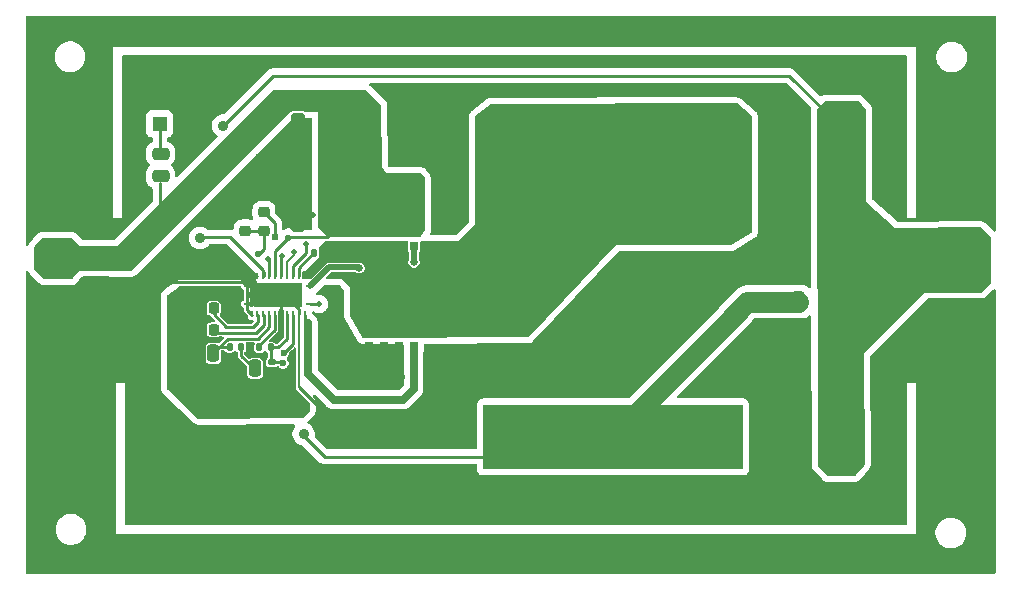
<source format=gbr>
%TF.GenerationSoftware,KiCad,Pcbnew,9.0.0*%
%TF.CreationDate,2025-03-31T14:23:32+05:30*%
%TF.ProjectId,Buck,4275636b-2e6b-4696-9361-645f70636258,rev?*%
%TF.SameCoordinates,Original*%
%TF.FileFunction,Copper,L1,Top*%
%TF.FilePolarity,Positive*%
%FSLAX46Y46*%
G04 Gerber Fmt 4.6, Leading zero omitted, Abs format (unit mm)*
G04 Created by KiCad (PCBNEW 9.0.0) date 2025-03-31 14:23:32*
%MOMM*%
%LPD*%
G01*
G04 APERTURE LIST*
G04 Aperture macros list*
%AMRoundRect*
0 Rectangle with rounded corners*
0 $1 Rounding radius*
0 $2 $3 $4 $5 $6 $7 $8 $9 X,Y pos of 4 corners*
0 Add a 4 corners polygon primitive as box body*
4,1,4,$2,$3,$4,$5,$6,$7,$8,$9,$2,$3,0*
0 Add four circle primitives for the rounded corners*
1,1,$1+$1,$2,$3*
1,1,$1+$1,$4,$5*
1,1,$1+$1,$6,$7*
1,1,$1+$1,$8,$9*
0 Add four rect primitives between the rounded corners*
20,1,$1+$1,$2,$3,$4,$5,0*
20,1,$1+$1,$4,$5,$6,$7,0*
20,1,$1+$1,$6,$7,$8,$9,0*
20,1,$1+$1,$8,$9,$2,$3,0*%
G04 Aperture macros list end*
%TA.AperFunction,EtchedComponent*%
%ADD10C,0.228600*%
%TD*%
%TA.AperFunction,SMDPad,CuDef*%
%ADD11RoundRect,0.140000X0.140000X0.170000X-0.140000X0.170000X-0.140000X-0.170000X0.140000X-0.170000X0*%
%TD*%
%TA.AperFunction,SMDPad,CuDef*%
%ADD12R,0.600000X0.250000*%
%TD*%
%TA.AperFunction,SMDPad,CuDef*%
%ADD13R,0.250000X0.600000*%
%TD*%
%TA.AperFunction,SMDPad,CuDef*%
%ADD14R,4.100000X2.100000*%
%TD*%
%TA.AperFunction,SMDPad,CuDef*%
%ADD15RoundRect,0.250000X0.250000X0.475000X-0.250000X0.475000X-0.250000X-0.475000X0.250000X-0.475000X0*%
%TD*%
%TA.AperFunction,SMDPad,CuDef*%
%ADD16R,0.675000X0.750000*%
%TD*%
%TA.AperFunction,SMDPad,CuDef*%
%ADD17R,0.675000X0.655000*%
%TD*%
%TA.AperFunction,SMDPad,CuDef*%
%ADD18R,4.510000X4.295000*%
%TD*%
%TA.AperFunction,SMDPad,CuDef*%
%ADD19RoundRect,0.225000X0.225000X0.250000X-0.225000X0.250000X-0.225000X-0.250000X0.225000X-0.250000X0*%
%TD*%
%TA.AperFunction,SMDPad,CuDef*%
%ADD20RoundRect,0.140000X0.170000X-0.140000X0.170000X0.140000X-0.170000X0.140000X-0.170000X-0.140000X0*%
%TD*%
%TA.AperFunction,SMDPad,CuDef*%
%ADD21RoundRect,0.381000X-1.206500X-0.889000X1.206500X-0.889000X1.206500X0.889000X-1.206500X0.889000X0*%
%TD*%
%TA.AperFunction,SMDPad,CuDef*%
%ADD22RoundRect,0.250000X-0.325000X-1.100000X0.325000X-1.100000X0.325000X1.100000X-0.325000X1.100000X0*%
%TD*%
%TA.AperFunction,SMDPad,CuDef*%
%ADD23R,22.000000X5.500000*%
%TD*%
%TA.AperFunction,SMDPad,CuDef*%
%ADD24RoundRect,0.250000X0.325000X1.100000X-0.325000X1.100000X-0.325000X-1.100000X0.325000X-1.100000X0*%
%TD*%
%TA.AperFunction,SMDPad,CuDef*%
%ADD25RoundRect,0.250000X0.475000X-0.250000X0.475000X0.250000X-0.475000X0.250000X-0.475000X-0.250000X0*%
%TD*%
%TA.AperFunction,SMDPad,CuDef*%
%ADD26RoundRect,0.250000X-0.325000X-0.650000X0.325000X-0.650000X0.325000X0.650000X-0.325000X0.650000X0*%
%TD*%
%TA.AperFunction,SMDPad,CuDef*%
%ADD27RoundRect,0.140000X-0.140000X-0.170000X0.140000X-0.170000X0.140000X0.170000X-0.140000X0.170000X0*%
%TD*%
%TA.AperFunction,SMDPad,CuDef*%
%ADD28C,0.228600*%
%TD*%
%TA.AperFunction,SMDPad,CuDef*%
%ADD29R,1.250000X1.300000*%
%TD*%
%TA.AperFunction,SMDPad,CuDef*%
%ADD30RoundRect,0.225000X0.250000X-0.225000X0.250000X0.225000X-0.250000X0.225000X-0.250000X-0.225000X0*%
%TD*%
%TA.AperFunction,ViaPad*%
%ADD31C,0.508000*%
%TD*%
%TA.AperFunction,ViaPad*%
%ADD32C,0.600000*%
%TD*%
%TA.AperFunction,ViaPad*%
%ADD33C,0.584200*%
%TD*%
%TA.AperFunction,ViaPad*%
%ADD34C,0.500000*%
%TD*%
%TA.AperFunction,ViaPad*%
%ADD35C,0.889000*%
%TD*%
%TA.AperFunction,ViaPad*%
%ADD36C,0.558800*%
%TD*%
%TA.AperFunction,ViaPad*%
%ADD37C,0.635000*%
%TD*%
%TA.AperFunction,ViaPad*%
%ADD38C,0.609600*%
%TD*%
%TA.AperFunction,Conductor*%
%ADD39C,0.508000*%
%TD*%
%TA.AperFunction,Conductor*%
%ADD40C,0.228600*%
%TD*%
%TA.AperFunction,Conductor*%
%ADD41C,0.203200*%
%TD*%
%TA.AperFunction,Conductor*%
%ADD42C,1.524000*%
%TD*%
%TA.AperFunction,Conductor*%
%ADD43C,1.016000*%
%TD*%
%TA.AperFunction,Conductor*%
%ADD44C,1.651000*%
%TD*%
%TA.AperFunction,Conductor*%
%ADD45C,0.762000*%
%TD*%
%TA.AperFunction,Conductor*%
%ADD46C,1.270000*%
%TD*%
%TA.AperFunction,Conductor*%
%ADD47C,0.254000*%
%TD*%
%TA.AperFunction,Conductor*%
%ADD48C,1.778000*%
%TD*%
%TA.AperFunction,Conductor*%
%ADD49C,0.166000*%
%TD*%
%TA.AperFunction,Conductor*%
%ADD50C,0.635000*%
%TD*%
G04 APERTURE END LIST*
D10*
%TO.C,NT1*%
X141720000Y-124520000D02*
X141720000Y-123520000D01*
%TD*%
D11*
%TO.P,R2,1*%
%TO.N,Net-(C5-Pad1)*%
X138330000Y-127440000D03*
%TO.P,R2,2*%
%TO.N,Net-(IC1-EXTCOMP)*%
X137370000Y-127440000D03*
%TD*%
D12*
%TO.P,IC1,1,NC_1*%
%TO.N,GND*%
X138820000Y-123780000D03*
D13*
%TO.P,IC1,2,NC_2*%
X139220000Y-124680000D03*
%TO.P,IC1,3,CNFG*%
%TO.N,Net-(IC1-CNFG)*%
X139720000Y-124680000D03*
%TO.P,IC1,4,RT*%
%TO.N,Net-(IC1-RT)*%
X140220000Y-124680000D03*
%TO.P,IC1,5,EXTCOMP*%
%TO.N,Net-(IC1-EXTCOMP)*%
X140720000Y-124680000D03*
%TO.P,IC1,6,FB*%
%TO.N,Net-(IC1-FB)*%
X141220000Y-124680000D03*
%TO.P,IC1,7,AGND_1*%
%TO.N,GND2*%
X141720000Y-124680000D03*
%TO.P,IC1,8,VDDA*%
%TO.N,Net-(IC1-PFM{slash}SYNC)*%
X142220000Y-124680000D03*
%TO.P,IC1,9,VCC*%
%TO.N,Net-(IC1-VCC)*%
X142720000Y-124680000D03*
%TO.P,IC1,10,PGND*%
%TO.N,GND*%
X143220000Y-124680000D03*
%TO.P,IC1,11,LO*%
%TO.N,Net-(IC1-LO)*%
X143720000Y-124680000D03*
D12*
%TO.P,IC1,12,VIN*%
%TO.N,VIN*%
X144120000Y-123780000D03*
%TO.P,IC1,13,HO*%
%TO.N,Net-(IC1-HO)*%
X144120000Y-122280000D03*
D13*
%TO.P,IC1,14,SW*%
%TO.N,Net-(IC1-SW)*%
X143720000Y-121380000D03*
%TO.P,IC1,15,CBOOT*%
%TO.N,Net-(IC1-CBOOT)*%
X143220000Y-121380000D03*
%TO.P,IC1,16,VCCX*%
%TO.N,GND*%
X142720000Y-121380000D03*
%TO.P,IC1,17,PG/SYNCOUT*%
%TO.N,Net-(IC1-PG{slash}SYNCOUT)*%
X142220000Y-121380000D03*
%TO.P,IC1,18,PFM/SYNC*%
%TO.N,Net-(IC1-PFM{slash}SYNC)*%
X141720000Y-121380000D03*
%TO.P,IC1,19,EN*%
%TO.N,VIN*%
X141220000Y-121380000D03*
%TO.P,IC1,20,ISNS+*%
%TO.N,ISNS*%
X140720000Y-121380000D03*
%TO.P,IC1,21,VOUT*%
%TO.N,VOUT*%
X140220000Y-121380000D03*
%TO.P,IC1,22,NC_3*%
%TO.N,GND*%
X139720000Y-121380000D03*
%TO.P,IC1,23,NC_4*%
X139220000Y-121380000D03*
D12*
%TO.P,IC1,24,NC_5*%
X138820000Y-122280000D03*
D14*
%TO.P,IC1,25,AGND_2*%
X141470000Y-123030000D03*
%TD*%
D15*
%TO.P,C5,1*%
%TO.N,Net-(C5-Pad1)*%
X139520000Y-129250000D03*
%TO.P,C5,2*%
%TO.N,GND2*%
X137620000Y-129250000D03*
%TD*%
D16*
%TO.P,Q1,1,S*%
%TO.N,Net-(IC1-SW)*%
X151715000Y-118871940D03*
X150445000Y-118871940D03*
X149175000Y-118871940D03*
%TO.P,Q1,2,G*%
%TO.N,Net-(IC1-HO)*%
X152985000Y-118871940D03*
D17*
%TO.P,Q1,3,D*%
%TO.N,VIN*%
X152985000Y-113319440D03*
X151715000Y-113319440D03*
X150445000Y-113319440D03*
X149187000Y-113319440D03*
D18*
X151080000Y-115794440D03*
%TD*%
D19*
%TO.P,R4,1*%
%TO.N,Net-(IC1-RT)*%
X136025000Y-125980000D03*
%TO.P,R4,2*%
%TO.N,GND2*%
X134475000Y-125980000D03*
%TD*%
D20*
%TO.P,C7,1*%
%TO.N,GND2*%
X140940000Y-129680000D03*
%TO.P,C7,2*%
%TO.N,Net-(IC1-PFM{slash}SYNC)*%
X140940000Y-128720000D03*
%TD*%
D21*
%TO.P,J1,1,Pin_1*%
%TO.N,VIN*%
X122850000Y-119930000D03*
%TO.P,J1,2,Pin_2*%
%TO.N,GND*%
X122850000Y-125930000D03*
%TD*%
D22*
%TO.P,C2,1*%
%TO.N,GND*%
X143155000Y-116300000D03*
%TO.P,C2,2*%
%TO.N,VIN*%
X146105000Y-116300000D03*
%TD*%
%TO.P,C3,1*%
%TO.N,GND*%
X143155000Y-112600000D03*
%TO.P,C3,2*%
%TO.N,VIN*%
X146105000Y-112600000D03*
%TD*%
D23*
%TO.P,L1,1*%
%TO.N,ISNS*%
X169840000Y-135040000D03*
%TO.P,L1,2*%
%TO.N,Net-(IC1-SW)*%
X169840000Y-110540000D03*
%TD*%
D24*
%TO.P,C13,1*%
%TO.N,VOUT*%
X188435000Y-135810000D03*
%TO.P,C13,2*%
%TO.N,GND*%
X185485000Y-135810000D03*
%TD*%
D25*
%TO.P,R1,1*%
%TO.N,VIN*%
X131520000Y-112980000D03*
%TO.P,R1,2*%
%TO.N,Net-(LED1-Pad2)*%
X131520000Y-111080000D03*
%TD*%
D26*
%TO.P,R7,1*%
%TO.N,ISNS*%
X185515000Y-123600000D03*
%TO.P,R7,2*%
%TO.N,VOUT*%
X188465000Y-123600000D03*
%TD*%
D19*
%TO.P,R5,1*%
%TO.N,Net-(IC1-CNFG)*%
X136025000Y-124150000D03*
%TO.P,R5,2*%
%TO.N,GND2*%
X134475000Y-124150000D03*
%TD*%
D15*
%TO.P,C6,1*%
%TO.N,Net-(IC1-EXTCOMP)*%
X135980000Y-127980000D03*
%TO.P,C6,2*%
%TO.N,GND2*%
X134080000Y-127980000D03*
%TD*%
D24*
%TO.P,C10,1*%
%TO.N,VOUT*%
X188435000Y-109480000D03*
%TO.P,C10,2*%
%TO.N,GND*%
X185485000Y-109480000D03*
%TD*%
D11*
%TO.P,C9,1*%
%TO.N,Net-(IC1-SW)*%
X145430000Y-119500000D03*
%TO.P,C9,2*%
%TO.N,Net-(IC1-CBOOT)*%
X144470000Y-119500000D03*
%TD*%
D21*
%TO.P,J2,1,Pin_1*%
%TO.N,VOUT*%
X199430000Y-119930000D03*
%TO.P,J2,2,Pin_2*%
%TO.N,GND*%
X199430000Y-125930000D03*
%TD*%
D16*
%TO.P,Q2,1,S*%
%TO.N,GND*%
X151685000Y-127389720D03*
X150415000Y-127389720D03*
X149145000Y-127389720D03*
%TO.P,Q2,2,G*%
%TO.N,Net-(IC1-LO)*%
X152955000Y-127389720D03*
D17*
%TO.P,Q2,3,D*%
%TO.N,Net-(IC1-SW)*%
X152955000Y-121837220D03*
X151685000Y-121837220D03*
X150415000Y-121837220D03*
X149157000Y-121837220D03*
D18*
X151050000Y-124312220D03*
%TD*%
D24*
%TO.P,C4,1*%
%TO.N,GND*%
X152355000Y-108990000D03*
%TO.P,C4,2*%
%TO.N,VIN*%
X149405000Y-108990000D03*
%TD*%
D27*
%TO.P,R3,1*%
%TO.N,Net-(IC1-FB)*%
X139890000Y-127470000D03*
%TO.P,R3,2*%
%TO.N,Net-(IC1-PFM{slash}SYNC)*%
X140850000Y-127470000D03*
%TD*%
D28*
%TO.P,NT1,1,1*%
%TO.N,GND2*%
X141720000Y-124520000D03*
%TO.P,NT1,2,2*%
%TO.N,GND*%
X141720000Y-123520000D03*
%TD*%
D24*
%TO.P,C12,1*%
%TO.N,VOUT*%
X188435000Y-130880000D03*
%TO.P,C12,2*%
%TO.N,GND*%
X185485000Y-130880000D03*
%TD*%
D29*
%TO.P,LED1,1*%
%TO.N,GND*%
X131440000Y-105520000D03*
%TO.P,LED1,2*%
%TO.N,Net-(LED1-Pad2)*%
X131440000Y-108520000D03*
%TD*%
D30*
%TO.P,R6,1*%
%TO.N,Net-(IC1-VCC)*%
X140270000Y-117570000D03*
%TO.P,R6,2*%
%TO.N,Net-(IC1-PG{slash}SYNCOUT)*%
X140270000Y-116020000D03*
%TD*%
D24*
%TO.P,C11,1*%
%TO.N,VOUT*%
X188435000Y-114990000D03*
%TO.P,C11,2*%
%TO.N,GND*%
X185485000Y-114990000D03*
%TD*%
D22*
%TO.P,C1,1*%
%TO.N,GND*%
X143155000Y-108960000D03*
%TO.P,C1,2*%
%TO.N,VIN*%
X146105000Y-108960000D03*
%TD*%
D30*
%TO.P,C8,1*%
%TO.N,Net-(IC1-VCC)*%
X138690000Y-117585000D03*
%TO.P,C8,2*%
%TO.N,GND*%
X138690000Y-116035000D03*
%TD*%
D31*
%TO.N,GND*%
X151890000Y-128706000D03*
X123500000Y-130000000D03*
D32*
X133220000Y-105890000D03*
D31*
X197000000Y-130500000D03*
X199820000Y-127840000D03*
D32*
X163270000Y-105910000D03*
X190240000Y-103280000D03*
D31*
X121990000Y-127760000D03*
D32*
X157380000Y-133480000D03*
X139860000Y-111360000D03*
X130710000Y-123050000D03*
D31*
X196890000Y-127840000D03*
X143270000Y-140760000D03*
X196860000Y-126820000D03*
X144640000Y-145070000D03*
X198320000Y-127840000D03*
X129760000Y-140130000D03*
D32*
X147020000Y-128660000D03*
X183690000Y-118650000D03*
X134840000Y-121060000D03*
D31*
X177350000Y-141370000D03*
X201100000Y-123950000D03*
D32*
X157400000Y-134660000D03*
D31*
X148050000Y-128750000D03*
D32*
X142020000Y-113680000D03*
D31*
X121780000Y-145070000D03*
D32*
X183690000Y-116758160D03*
X150780000Y-129990000D03*
D31*
X184150000Y-130730000D03*
D32*
X154870000Y-106730000D03*
X148970000Y-134660000D03*
X183400000Y-105880000D03*
D31*
X120600000Y-125170000D03*
D32*
X140960000Y-111340000D03*
X183690000Y-114770000D03*
D31*
X146800000Y-133526000D03*
D32*
X152520000Y-106070000D03*
D31*
X184150000Y-126400000D03*
X145580000Y-100400000D03*
D32*
X155400000Y-134660000D03*
D31*
X199510000Y-123940000D03*
X184150000Y-128460000D03*
D32*
X148960000Y-133480000D03*
D31*
X129680000Y-130680000D03*
X120560000Y-126030000D03*
D32*
X147020000Y-127350000D03*
D31*
X121780000Y-100400000D03*
X184150000Y-134860000D03*
D32*
X149470000Y-129990000D03*
X147550000Y-140380000D03*
X183690000Y-108200000D03*
D31*
X143800000Y-118748300D03*
D32*
X139920000Y-112560000D03*
X147020000Y-129990000D03*
D31*
X124946348Y-130000000D03*
X201250000Y-127840000D03*
D32*
X142000000Y-111390000D03*
D33*
X194350000Y-125890000D03*
D32*
X164580000Y-103180000D03*
X148260000Y-129990000D03*
D31*
X199916417Y-130500000D03*
D32*
X154940000Y-116050000D03*
D31*
X148100000Y-127420000D03*
X197840000Y-123910000D03*
D32*
X152910000Y-103220000D03*
X177460000Y-105820000D03*
X130750000Y-128570000D03*
X158840000Y-103280000D03*
X155440000Y-133480000D03*
X154870000Y-114000000D03*
D34*
X144430000Y-116290000D03*
D32*
X138440000Y-121360000D03*
X141040000Y-113680000D03*
X141970000Y-109860000D03*
D31*
X123450000Y-127760000D03*
D32*
X171260000Y-105880000D03*
X130710000Y-125790000D03*
D31*
X120600000Y-127760000D03*
D32*
X183690000Y-112650000D03*
X146800000Y-134660000D03*
D31*
X173330000Y-145070000D03*
X150670000Y-128706000D03*
X201250000Y-130500000D03*
D32*
X157560000Y-105880000D03*
D31*
X176290000Y-100280000D03*
X149470000Y-128706000D03*
D32*
X142300000Y-103180000D03*
X151950000Y-129990000D03*
X183690000Y-120580000D03*
D31*
X120580000Y-126880000D03*
D32*
X153180000Y-134660000D03*
X151050000Y-134660000D03*
D31*
X122000000Y-130000000D03*
D32*
X139920000Y-113610000D03*
X147780000Y-103160000D03*
D31*
X201040000Y-100400000D03*
X124860000Y-127760000D03*
D32*
X183690000Y-110460000D03*
X184370000Y-103240000D03*
D31*
X200870000Y-145070000D03*
D32*
X178200000Y-103280000D03*
D31*
X184150000Y-132640000D03*
D32*
X153200000Y-133480000D03*
D31*
X120600000Y-130000000D03*
D32*
X136740000Y-119620000D03*
D31*
X198323207Y-130500000D03*
D32*
X154800000Y-109150000D03*
X154870000Y-111500000D03*
X142070000Y-115050000D03*
D33*
X185550000Y-118740000D03*
D32*
X138680000Y-114230000D03*
X139300000Y-123020000D03*
X151050000Y-133480000D03*
D31*
%TO.N,VIN*%
X144940000Y-123790000D03*
D33*
X142350000Y-118190000D03*
D35*
%TO.N,VOUT*%
X134860000Y-118190000D03*
X136790000Y-108690000D03*
%TO.N,ISNS*%
X143630000Y-134800000D03*
D31*
X140619801Y-119999576D03*
%TO.N,GND2*%
X141316361Y-126747619D03*
X137780000Y-122920000D03*
D32*
%TO.N,Net-(IC1-PFM{slash}SYNC)*%
X141903339Y-128812083D03*
D31*
X141840000Y-119740000D03*
D36*
%TO.N,Net-(IC1-VCC)*%
X139810000Y-119560000D03*
D32*
X141931475Y-127958544D03*
D37*
%TO.N,Net-(IC1-HO)*%
X152980000Y-120240000D03*
X148349500Y-120740000D03*
D31*
%TO.N,Net-(IC1-PG{slash}SYNCOUT)*%
X142838506Y-119411494D03*
D38*
X141187440Y-118087440D03*
%TD*%
D39*
%TO.N,GND*%
X185485000Y-114990000D02*
X185485000Y-109480000D01*
D40*
X144420000Y-116300000D02*
X143155000Y-116300000D01*
X122850000Y-125930000D02*
X126215000Y-125930000D01*
X138840000Y-123790000D02*
X138840000Y-124290000D01*
D39*
X185485000Y-135810000D02*
X185485000Y-137965000D01*
D41*
X143240000Y-124690000D02*
X143240000Y-130830000D01*
D40*
X126215000Y-125930000D02*
X130235000Y-121910000D01*
D39*
X185485000Y-114990000D02*
X185485000Y-118675000D01*
D40*
X143800000Y-118748300D02*
X143800000Y-119482486D01*
D39*
X199390000Y-125890000D02*
X199430000Y-125930000D01*
D41*
X148130280Y-127389720D02*
X149145000Y-127389720D01*
D40*
X142370000Y-123380000D02*
X143223600Y-124233600D01*
X138840000Y-122290000D02*
X138840000Y-121790000D01*
X138460000Y-121910000D02*
X138840000Y-122290000D01*
D39*
X192290000Y-130240000D02*
X196640000Y-125890000D01*
D40*
X138840000Y-121790000D02*
X139240000Y-121390000D01*
X138820000Y-122280000D02*
X140720000Y-122280000D01*
X130235000Y-121910000D02*
X138460000Y-121910000D01*
X140720000Y-123780000D02*
X141470000Y-123030000D01*
D39*
X196640000Y-125890000D02*
X199390000Y-125890000D01*
D40*
X138840000Y-124290000D02*
X139240000Y-124690000D01*
X138690000Y-114240000D02*
X138680000Y-114230000D01*
D39*
X191330000Y-139230000D02*
X192290000Y-138270000D01*
X186720000Y-139200000D02*
X191300000Y-139200000D01*
D40*
X133200000Y-105910000D02*
X131440000Y-105910000D01*
X141710000Y-123380000D02*
X142370000Y-123380000D01*
D41*
X148100000Y-127420000D02*
X148130280Y-127389720D01*
D40*
X149340000Y-140500000D02*
X147670000Y-140500000D01*
X197140000Y-125890000D02*
X197180000Y-125930000D01*
X144430000Y-116290000D02*
X144420000Y-116300000D01*
D39*
X191300000Y-139200000D02*
X191330000Y-139230000D01*
D40*
X146630000Y-133650000D02*
X146060000Y-133650000D01*
X143215000Y-108960000D02*
X143155000Y-109020000D01*
X133220000Y-105890000D02*
X133200000Y-105910000D01*
X139720000Y-121380000D02*
X139220000Y-121380000D01*
D39*
X192290000Y-138270000D02*
X192290000Y-130240000D01*
D40*
X146060000Y-133650000D02*
X143240000Y-130830000D01*
X147670000Y-140500000D02*
X147550000Y-140380000D01*
X143155000Y-109020000D02*
X143155000Y-116300000D01*
D39*
X185485000Y-137965000D02*
X186720000Y-139200000D01*
D40*
X180795000Y-140500000D02*
X149340000Y-140500000D01*
X143223600Y-124233600D02*
X143223600Y-124680000D01*
X142740000Y-120542486D02*
X142740000Y-121390000D01*
D39*
X194350000Y-125890000D02*
X197140000Y-125890000D01*
D40*
X143800000Y-119482486D02*
X142740000Y-120542486D01*
X138690000Y-116035000D02*
X138690000Y-114240000D01*
X138840000Y-122290000D02*
X138840000Y-123790000D01*
D41*
X149145000Y-127389720D02*
X151685000Y-127389720D01*
D40*
X138820000Y-123780000D02*
X140720000Y-123780000D01*
X141740000Y-123290000D02*
X141490000Y-123040000D01*
X185485000Y-118675000D02*
X185550000Y-118740000D01*
D39*
X185485000Y-135810000D02*
X185485000Y-130880000D01*
D40*
X185485000Y-135810000D02*
X180795000Y-140500000D01*
X146800000Y-133480000D02*
X146630000Y-133650000D01*
D42*
%TO.N,VIN*%
X150574440Y-116300000D02*
X151080000Y-115794440D01*
D43*
X149065560Y-113780000D02*
X151080000Y-115794440D01*
D39*
X146060000Y-113225000D02*
X146105000Y-113180000D01*
D42*
X148563000Y-106593000D02*
X149290000Y-107320000D01*
X142358264Y-106593000D02*
X146220000Y-106593000D01*
D40*
X131460000Y-117735000D02*
X131460000Y-113510000D01*
X146105000Y-117605000D02*
X146105000Y-116300000D01*
D44*
X128930000Y-119930000D02*
X122850000Y-119930000D01*
D40*
X142350000Y-118190000D02*
X141216700Y-119323300D01*
D42*
X146165000Y-116240000D02*
X146165000Y-106648000D01*
D40*
X129265000Y-119930000D02*
X131460000Y-117735000D01*
X142410000Y-118130000D02*
X145580000Y-118130000D01*
D42*
X146165000Y-106648000D02*
X146220000Y-106593000D01*
D40*
X141217701Y-119751917D02*
X141217701Y-119999181D01*
D42*
X128930000Y-119930000D02*
X129021264Y-119930000D01*
D40*
X141217701Y-119999181D02*
X141223600Y-120005080D01*
X144940000Y-123790000D02*
X144140000Y-123790000D01*
D42*
X147780000Y-106593000D02*
X148563000Y-106593000D01*
X129021264Y-119930000D02*
X142358264Y-106593000D01*
D40*
X141216700Y-119750916D02*
X141217701Y-119751917D01*
X141223600Y-120005080D02*
X141223600Y-120720700D01*
D45*
X149187000Y-113319440D02*
X152985000Y-113319440D01*
D40*
X142350000Y-118190000D02*
X142410000Y-118130000D01*
X141234300Y-120720700D02*
X141234300Y-121384300D01*
X141216700Y-119323300D02*
X141216700Y-119750916D01*
D42*
X146220000Y-106593000D02*
X146940000Y-106593000D01*
X149290000Y-107320000D02*
X149290000Y-115680000D01*
D40*
X145580000Y-118130000D02*
X146105000Y-117605000D01*
D42*
X146940000Y-106593000D02*
X147780000Y-106593000D01*
D40*
X141223600Y-120720700D02*
X141234300Y-120720700D01*
X128930000Y-119930000D02*
X129265000Y-119930000D01*
X141234300Y-121384300D02*
X141240000Y-121390000D01*
D46*
%TO.N,VOUT*%
X195760000Y-119930000D02*
X199430000Y-119930000D01*
X188435000Y-127255000D02*
X195760000Y-119930000D01*
D40*
X188450000Y-121350000D02*
X188450000Y-123585000D01*
X188450000Y-123585000D02*
X188465000Y-123600000D01*
X134930000Y-118120000D02*
X137414300Y-118120000D01*
X134860000Y-118190000D02*
X134930000Y-118120000D01*
X137414300Y-118120000D02*
X140220000Y-120925700D01*
D46*
X188435000Y-130880000D02*
X188435000Y-127255000D01*
X188435000Y-109480000D02*
X188435000Y-114990000D01*
D47*
X188435000Y-121335000D02*
X188435000Y-114990000D01*
D40*
X188435000Y-121335000D02*
X188450000Y-121350000D01*
X141020000Y-104460000D02*
X184765000Y-104460000D01*
X140240000Y-121390000D02*
X140240000Y-121100000D01*
X140240000Y-121100000D02*
X140234300Y-121094300D01*
X140220000Y-120925700D02*
X140220000Y-121380000D01*
D46*
X188435000Y-116315000D02*
X192050000Y-119930000D01*
X188435000Y-135810000D02*
X188435000Y-130880000D01*
X192050000Y-119930000D02*
X195760000Y-119930000D01*
X188435000Y-114990000D02*
X188435000Y-116315000D01*
D40*
X184765000Y-104460000D02*
X188435000Y-108130000D01*
X136790000Y-108690000D02*
X141020000Y-104460000D01*
%TO.N,ISNS*%
X180015000Y-124785000D02*
X180015000Y-124865000D01*
X140733100Y-120198494D02*
X140740000Y-120205394D01*
D48*
X185515000Y-123600000D02*
X181200000Y-123600000D01*
D40*
X140619801Y-119999576D02*
X140733100Y-119999576D01*
D48*
X169840000Y-135040000D02*
X180015000Y-124865000D01*
D47*
X143630000Y-134800000D02*
X143630000Y-134930000D01*
D40*
X140733100Y-119999576D02*
X140733100Y-120198494D01*
X140740000Y-120205394D02*
X140740000Y-120482300D01*
D48*
X181200000Y-123600000D02*
X180015000Y-124785000D01*
D47*
X145430000Y-136730000D02*
X168150000Y-136730000D01*
D40*
X140740000Y-120482300D02*
X140740000Y-120520386D01*
D47*
X143630000Y-134930000D02*
X145430000Y-136730000D01*
D48*
X180015000Y-124865000D02*
X180385000Y-124495000D01*
D40*
X140740000Y-120921014D02*
X140740000Y-121390000D01*
X140740000Y-120520386D02*
X140740000Y-120921014D01*
D47*
X168150000Y-136730000D02*
X169840000Y-135040000D01*
D40*
%TO.N,Net-(LED1-Pad2)*%
X131460000Y-111020000D02*
X131460000Y-108930000D01*
X131460000Y-108930000D02*
X131440000Y-108910000D01*
X131520000Y-111080000D02*
X131460000Y-111020000D01*
%TO.N,GND2*%
X134475000Y-124150000D02*
X134475000Y-125980000D01*
X138714300Y-130344300D02*
X137620000Y-129250000D01*
X137780000Y-122920000D02*
X137740000Y-122880000D01*
X141740000Y-126323980D02*
X141740000Y-125830000D01*
X137740000Y-122880000D02*
X135745000Y-122880000D01*
X137620000Y-129250000D02*
X136600000Y-130270000D01*
X134080000Y-127980000D02*
X134080000Y-129400000D01*
X140275700Y-130344300D02*
X138714300Y-130344300D01*
X134080000Y-129400000D02*
X134950000Y-130270000D01*
X141316361Y-126747619D02*
X141740000Y-126323980D01*
X136600000Y-130270000D02*
X134950000Y-130270000D01*
X134475000Y-125980000D02*
X134475000Y-127585000D01*
X141740000Y-125830000D02*
X141740000Y-124690000D01*
X134475000Y-127585000D02*
X134080000Y-127980000D01*
X140940000Y-129680000D02*
X140275700Y-130344300D01*
X135745000Y-122880000D02*
X134475000Y-124150000D01*
%TO.N,Net-(C5-Pad1)*%
X138330000Y-127440000D02*
X138330000Y-128160000D01*
X138330000Y-128160000D02*
X139420000Y-129250000D01*
X139420000Y-129250000D02*
X139520000Y-129250000D01*
%TO.N,Net-(IC1-EXTCOMP)*%
X137370000Y-127440000D02*
X137340000Y-127410000D01*
X140740000Y-124690000D02*
X140740000Y-125760000D01*
X137229300Y-126730700D02*
X135980000Y-127980000D01*
X139769300Y-126730700D02*
X137229300Y-126730700D01*
X136550000Y-127410000D02*
X135980000Y-127980000D01*
X140740000Y-125760000D02*
X139769300Y-126730700D01*
X137340000Y-127410000D02*
X136550000Y-127410000D01*
%TO.N,Net-(IC1-PFM{slash}SYNC)*%
X140940000Y-128720000D02*
X141811256Y-128720000D01*
X140850000Y-128630000D02*
X140940000Y-128720000D01*
X140850000Y-127470000D02*
X141473485Y-127470000D01*
X141473485Y-127470000D02*
X142223600Y-126719885D01*
X141740000Y-119840000D02*
X141740000Y-121390000D01*
X141734300Y-121384300D02*
X141740000Y-121390000D01*
X141811256Y-128720000D02*
X141903339Y-128812083D01*
X140850000Y-127470000D02*
X140850000Y-128630000D01*
X141840000Y-119740000D02*
X141740000Y-119840000D01*
X142223600Y-126719885D02*
X142223600Y-124680000D01*
%TO.N,Net-(IC1-VCC)*%
X139810000Y-119560000D02*
X139824146Y-119560000D01*
X140270000Y-119100000D02*
X140270000Y-117570000D01*
X142740000Y-127150019D02*
X141931475Y-127958544D01*
X142725700Y-126045700D02*
X142725700Y-124740000D01*
X142740000Y-126060000D02*
X142725700Y-126045700D01*
X140255000Y-117585000D02*
X140270000Y-117570000D01*
X142740000Y-124690000D02*
X142740000Y-126060000D01*
X142740000Y-126060000D02*
X142740000Y-127150019D01*
X140605000Y-117525000D02*
X140260000Y-117525000D01*
X139817073Y-119552927D02*
X140270000Y-119100000D01*
X138690000Y-117585000D02*
X140255000Y-117585000D01*
X139824146Y-119560000D02*
X139817073Y-119552927D01*
%TO.N,Net-(IC1-CBOOT)*%
X144466400Y-119500000D02*
X143240000Y-120726400D01*
X144470000Y-119500000D02*
X144466400Y-119500000D01*
X143240000Y-120726400D02*
X143240000Y-121390000D01*
%TO.N,Net-(IC1-SW)*%
X145430000Y-119500000D02*
X145440000Y-119500000D01*
D39*
X149175000Y-118871940D02*
X149175000Y-121819220D01*
X151715000Y-118871940D02*
X151715000Y-121807220D01*
D40*
X146068060Y-118871940D02*
X149175000Y-118871940D01*
D39*
X151715000Y-121807220D02*
X151685000Y-121837220D01*
D40*
X143740000Y-121390000D02*
X145430000Y-119700000D01*
D42*
X160037780Y-124312220D02*
X151050000Y-124312220D01*
D39*
X150445000Y-121807220D02*
X150415000Y-121837220D01*
D42*
X169840000Y-110540000D02*
X169840000Y-114510000D01*
D40*
X145430000Y-119700000D02*
X145430000Y-119500000D01*
X145440000Y-119500000D02*
X146068060Y-118871940D01*
D42*
X169840000Y-114510000D02*
X160037780Y-124312220D01*
D39*
X149175000Y-121819220D02*
X149157000Y-121837220D01*
X150445000Y-118871940D02*
X150445000Y-121807220D01*
D40*
%TO.N,Net-(IC1-CNFG)*%
X139363600Y-125730000D02*
X137096702Y-125730000D01*
X139740000Y-124690000D02*
X139740000Y-125353600D01*
X136025000Y-124658298D02*
X136025000Y-124150000D01*
X137096702Y-125730000D02*
X136025000Y-124658298D01*
X139740000Y-125353600D02*
X139363600Y-125730000D01*
%TO.N,Net-(IC1-FB)*%
X141223600Y-125960314D02*
X139890000Y-127293914D01*
X139890000Y-127293914D02*
X139890000Y-127470000D01*
X141234300Y-125359300D02*
X141223600Y-125359300D01*
X141223600Y-125359300D02*
X141223600Y-125960314D01*
X141240000Y-124690000D02*
X141234300Y-124695700D01*
X141234300Y-124695700D02*
X141234300Y-125359300D01*
D39*
%TO.N,Net-(IC1-HO)*%
X148299500Y-120690000D02*
X145780000Y-120690000D01*
X152985000Y-120235000D02*
X152985000Y-118871940D01*
X152980000Y-120240000D02*
X152985000Y-120235000D01*
X148349500Y-120740000D02*
X148299500Y-120690000D01*
X145780000Y-120690000D02*
X144180000Y-122290000D01*
X144180000Y-122290000D02*
X144140000Y-122290000D01*
D40*
%TO.N,Net-(IC1-RT)*%
X137429614Y-126247100D02*
X137028986Y-126247100D01*
X140240000Y-125576086D02*
X139568986Y-126247100D01*
X140240000Y-124690000D02*
X140240000Y-125576086D01*
X139568986Y-126247100D02*
X137429614Y-126247100D01*
X137028986Y-126247100D02*
X137016086Y-126260000D01*
X136305000Y-126260000D02*
X136025000Y-125980000D01*
X137016086Y-126260000D02*
X136305000Y-126260000D01*
D49*
%TO.N,Net-(IC1-PG{slash}SYNCOUT)*%
X142240000Y-121390000D02*
X142240000Y-120221480D01*
X142240000Y-120221480D02*
X142838506Y-119622974D01*
X142245700Y-121384300D02*
X142240000Y-121390000D01*
D40*
X141187440Y-118087440D02*
X141167440Y-118087440D01*
X140270000Y-116020000D02*
X141187440Y-116937440D01*
X141187440Y-116937440D02*
X141187440Y-118087440D01*
D49*
X142838506Y-119622974D02*
X142838506Y-119411494D01*
D50*
%TO.N,Net-(IC1-LO)*%
X152955000Y-130995000D02*
X152955000Y-127389720D01*
X144017804Y-129727804D02*
X146170000Y-131880000D01*
X146170000Y-131880000D02*
X152070000Y-131880000D01*
X144017804Y-125397804D02*
X144017804Y-129727804D01*
D40*
X144017804Y-125397804D02*
X143740000Y-125120000D01*
D50*
X152070000Y-131880000D02*
X152955000Y-130995000D01*
D40*
X143740000Y-125120000D02*
X143740000Y-124690000D01*
%TD*%
%TA.AperFunction,Conductor*%
%TO.N,GND*%
G36*
X143471945Y-107974804D02*
G01*
X143472147Y-107974271D01*
X143503995Y-107986272D01*
X143575646Y-108013272D01*
X143580044Y-108014929D01*
X143589966Y-108017456D01*
X143632892Y-108028395D01*
X143743674Y-108043852D01*
X144012524Y-108051319D01*
X144262049Y-108058251D01*
X144328516Y-108079789D01*
X144372787Y-108133843D01*
X144382605Y-108182586D01*
X144354645Y-117241503D01*
X144354646Y-117241518D01*
X144355995Y-117280013D01*
X144356960Y-117293189D01*
X144357374Y-117298839D01*
X144361649Y-117337115D01*
X144367175Y-117355487D01*
X144367632Y-117425355D01*
X144330243Y-117484379D01*
X144266879Y-117513820D01*
X144248429Y-117515200D01*
X142804349Y-117515200D01*
X142737310Y-117495515D01*
X142735459Y-117494303D01*
X142725441Y-117487609D01*
X142725434Y-117487605D01*
X142581193Y-117427859D01*
X142581185Y-117427857D01*
X142428068Y-117397400D01*
X142428064Y-117397400D01*
X142271936Y-117397400D01*
X142271931Y-117397400D01*
X142118814Y-117427857D01*
X142118802Y-117427860D01*
X141973692Y-117487967D01*
X141904223Y-117495436D01*
X141841744Y-117464161D01*
X141806092Y-117404072D01*
X141802240Y-117373406D01*
X141802240Y-116876886D01*
X141802239Y-116876882D01*
X141800172Y-116866488D01*
X141778614Y-116758109D01*
X141732269Y-116646223D01*
X141732268Y-116646222D01*
X141732265Y-116646216D01*
X141664988Y-116545529D01*
X141641567Y-116522108D01*
X141579352Y-116459893D01*
X141281818Y-116162359D01*
X141248333Y-116101036D01*
X141245499Y-116074678D01*
X141245499Y-115746662D01*
X141245498Y-115746644D01*
X141235349Y-115647292D01*
X141235348Y-115647289D01*
X141182003Y-115486303D01*
X141181999Y-115486297D01*
X141181998Y-115486294D01*
X141092970Y-115341959D01*
X141092967Y-115341955D01*
X140973044Y-115222032D01*
X140973040Y-115222029D01*
X140828705Y-115133001D01*
X140828699Y-115132998D01*
X140828697Y-115132997D01*
X140828694Y-115132996D01*
X140667709Y-115079651D01*
X140568346Y-115069500D01*
X139971662Y-115069500D01*
X139971644Y-115069501D01*
X139872292Y-115079650D01*
X139872289Y-115079651D01*
X139711305Y-115132996D01*
X139711294Y-115133001D01*
X139566959Y-115222029D01*
X139566955Y-115222032D01*
X139447032Y-115341955D01*
X139447029Y-115341959D01*
X139358001Y-115486294D01*
X139357996Y-115486305D01*
X139304651Y-115647290D01*
X139294500Y-115746647D01*
X139294500Y-116293337D01*
X139294501Y-116293355D01*
X139304650Y-116392707D01*
X139304651Y-116392710D01*
X139347530Y-116522108D01*
X139349932Y-116591936D01*
X139314200Y-116651978D01*
X139251680Y-116683171D01*
X139190821Y-116678818D01*
X139087711Y-116644651D01*
X138988346Y-116634500D01*
X138391662Y-116634500D01*
X138391644Y-116634501D01*
X138292292Y-116644650D01*
X138292289Y-116644651D01*
X138131305Y-116697996D01*
X138131294Y-116698001D01*
X137986959Y-116787029D01*
X137986955Y-116787032D01*
X137867032Y-116906955D01*
X137867029Y-116906959D01*
X137778001Y-117051294D01*
X137777996Y-117051305D01*
X137724651Y-117212290D01*
X137714500Y-117311647D01*
X137714500Y-117401773D01*
X137694815Y-117468812D01*
X137642011Y-117514567D01*
X137572853Y-117524511D01*
X137566310Y-117523391D01*
X137497334Y-117509671D01*
X137474853Y-117505200D01*
X137474852Y-117505200D01*
X135562994Y-117505200D01*
X135495955Y-117485515D01*
X135475313Y-117468881D01*
X135462405Y-117455973D01*
X135462401Y-117455970D01*
X135307631Y-117352555D01*
X135307622Y-117352550D01*
X135135646Y-117281316D01*
X135135638Y-117281314D01*
X134953077Y-117245000D01*
X134953074Y-117245000D01*
X134766926Y-117245000D01*
X134766923Y-117245000D01*
X134584361Y-117281314D01*
X134584353Y-117281316D01*
X134412377Y-117352550D01*
X134412368Y-117352555D01*
X134257598Y-117455970D01*
X134257594Y-117455973D01*
X134125973Y-117587594D01*
X134125970Y-117587598D01*
X134022555Y-117742368D01*
X134022550Y-117742377D01*
X133951316Y-117914353D01*
X133951314Y-117914361D01*
X133915000Y-118096921D01*
X133915000Y-118283078D01*
X133951314Y-118465638D01*
X133951316Y-118465646D01*
X134022550Y-118637622D01*
X134022555Y-118637631D01*
X134125970Y-118792401D01*
X134125973Y-118792405D01*
X134257594Y-118924026D01*
X134257598Y-118924029D01*
X134412368Y-119027444D01*
X134412374Y-119027447D01*
X134412375Y-119027448D01*
X134584354Y-119098684D01*
X134766921Y-119134999D01*
X134766924Y-119135000D01*
X134766926Y-119135000D01*
X134953076Y-119135000D01*
X134953077Y-119134999D01*
X135135646Y-119098684D01*
X135307625Y-119027448D01*
X135462402Y-118924029D01*
X135520836Y-118865595D01*
X135594023Y-118792409D01*
X135594024Y-118792407D01*
X135594029Y-118792402D01*
X135595695Y-118789907D01*
X135596904Y-118788897D01*
X135597887Y-118787700D01*
X135598114Y-118787886D01*
X135649305Y-118745105D01*
X135698796Y-118734800D01*
X137108279Y-118734800D01*
X137175318Y-118754485D01*
X137195960Y-118771119D01*
X139558181Y-121133340D01*
X139591666Y-121194663D01*
X139594500Y-121221021D01*
X139594500Y-121727870D01*
X139594501Y-121727876D01*
X139600908Y-121787483D01*
X139651202Y-121922328D01*
X139651206Y-121922335D01*
X139737452Y-122037544D01*
X139737455Y-122037547D01*
X139852664Y-122123793D01*
X139852671Y-122123797D01*
X139897618Y-122140561D01*
X139987517Y-122174091D01*
X140047127Y-122180500D01*
X140392872Y-122180499D01*
X140452483Y-122174091D01*
X140452486Y-122174089D01*
X140456744Y-122173632D01*
X140483254Y-122173632D01*
X140487514Y-122174089D01*
X140487517Y-122174091D01*
X140547127Y-122180500D01*
X140892872Y-122180499D01*
X140952483Y-122174091D01*
X140952486Y-122174089D01*
X140956744Y-122173632D01*
X140983254Y-122173632D01*
X140987514Y-122174089D01*
X140987517Y-122174091D01*
X141047127Y-122180500D01*
X141392872Y-122180499D01*
X141452483Y-122174091D01*
X141452486Y-122174089D01*
X141456744Y-122173632D01*
X141483254Y-122173632D01*
X141487514Y-122174089D01*
X141487517Y-122174091D01*
X141547127Y-122180500D01*
X141892872Y-122180499D01*
X141952483Y-122174091D01*
X141952486Y-122174089D01*
X141956744Y-122173632D01*
X141983254Y-122173632D01*
X141987514Y-122174089D01*
X141987517Y-122174091D01*
X142047127Y-122180500D01*
X142392872Y-122180499D01*
X142452483Y-122174091D01*
X142587331Y-122123796D01*
X142645689Y-122080108D01*
X142711153Y-122055692D01*
X142779426Y-122070543D01*
X142794311Y-122080109D01*
X142852669Y-122123796D01*
X142852671Y-122123797D01*
X142897618Y-122140561D01*
X142987517Y-122174091D01*
X143047127Y-122180500D01*
X143150120Y-122180499D01*
X143150122Y-122180500D01*
X143150124Y-122180499D01*
X143150130Y-122180499D01*
X143184531Y-122190603D01*
X143217156Y-122200183D01*
X143217159Y-122200187D01*
X143217166Y-122200189D01*
X143238098Y-122224350D01*
X143262912Y-122252986D01*
X143262912Y-122252992D01*
X143262917Y-122252997D01*
X143267264Y-122283251D01*
X143272856Y-122322145D01*
X143272853Y-122322153D01*
X143272854Y-122322156D01*
X143262908Y-122356020D01*
X143238818Y-122408758D01*
X143234862Y-122416660D01*
X143204694Y-122471912D01*
X143204692Y-122471918D01*
X143195442Y-122514430D01*
X143192390Y-122528455D01*
X143191712Y-122528257D01*
X143185474Y-122549503D01*
X143180917Y-122581190D01*
X143179973Y-122585532D01*
X143179972Y-122585542D01*
X143174106Y-122612505D01*
X143174105Y-122612512D01*
X143172135Y-122640062D01*
X143171189Y-122648858D01*
X143165000Y-122691906D01*
X143165000Y-122691911D01*
X143165000Y-123380951D01*
X143171838Y-123432610D01*
X143182408Y-123512469D01*
X143197888Y-123569919D01*
X143199193Y-123574763D01*
X143227894Y-123643645D01*
X143250216Y-123697219D01*
X143292757Y-123751005D01*
X143301642Y-123773021D01*
X143314477Y-123792993D01*
X143317119Y-123811373D01*
X143318905Y-123815797D01*
X143319500Y-123827928D01*
X143319500Y-123862283D01*
X143299815Y-123929322D01*
X143247011Y-123975077D01*
X143177853Y-123985021D01*
X143121189Y-123961550D01*
X143087331Y-123936204D01*
X143087328Y-123936202D01*
X142952486Y-123885910D01*
X142952485Y-123885909D01*
X142952483Y-123885909D01*
X142892873Y-123879500D01*
X142892863Y-123879500D01*
X142547130Y-123879500D01*
X142547120Y-123879501D01*
X142483248Y-123886367D01*
X142465290Y-123886988D01*
X142454251Y-123886568D01*
X142452483Y-123885909D01*
X142392873Y-123879500D01*
X142268148Y-123879500D01*
X142265805Y-123879411D01*
X142234813Y-123869017D01*
X142203472Y-123859815D01*
X142200307Y-123857446D01*
X142199561Y-123857196D01*
X142198941Y-123856424D01*
X142189308Y-123849213D01*
X142161287Y-123824932D01*
X142161283Y-123824930D01*
X142030417Y-123765164D01*
X142030412Y-123765162D01*
X142030411Y-123765162D01*
X141963372Y-123745477D01*
X141963374Y-123745477D01*
X141963369Y-123745476D01*
X141915896Y-123738650D01*
X141820952Y-123725000D01*
X141619048Y-123725000D01*
X141619041Y-123725000D01*
X141487489Y-123742420D01*
X141487483Y-123742421D01*
X141425160Y-123759220D01*
X141425158Y-123759221D01*
X141302666Y-123810281D01*
X141302658Y-123810286D01*
X141249004Y-123852741D01*
X141229071Y-123860789D01*
X141211431Y-123873085D01*
X141189960Y-123876583D01*
X141184217Y-123878903D01*
X141176708Y-123879413D01*
X141174381Y-123879500D01*
X141047128Y-123879501D01*
X140987517Y-123885909D01*
X140985733Y-123886574D01*
X140974642Y-123886990D01*
X140972183Y-123886367D01*
X140956742Y-123886367D01*
X140952483Y-123885909D01*
X140892873Y-123879500D01*
X140892865Y-123879500D01*
X140547130Y-123879500D01*
X140547120Y-123879501D01*
X140483248Y-123886367D01*
X140456742Y-123886367D01*
X140452483Y-123885909D01*
X140392873Y-123879500D01*
X140392865Y-123879500D01*
X140047130Y-123879500D01*
X140047120Y-123879501D01*
X139983248Y-123886367D01*
X139956742Y-123886367D01*
X139952483Y-123885909D01*
X139892873Y-123879500D01*
X139892865Y-123879500D01*
X139547130Y-123879500D01*
X139547123Y-123879501D01*
X139487516Y-123885908D01*
X139352671Y-123936202D01*
X139352668Y-123936204D01*
X139232292Y-124026318D01*
X139211743Y-124033982D01*
X139193337Y-124045904D01*
X139179650Y-124045952D01*
X139166828Y-124050735D01*
X139145399Y-124046073D01*
X139123468Y-124046151D01*
X139111927Y-124038791D01*
X139098555Y-124035883D01*
X139083049Y-124020377D01*
X139064557Y-124008586D01*
X139054169Y-123991498D01*
X139049149Y-123986478D01*
X139045370Y-123978962D01*
X139043889Y-123975749D01*
X139011147Y-123892533D01*
X138981649Y-123840732D01*
X138979424Y-123835905D01*
X138975072Y-123806387D01*
X138968213Y-123777357D01*
X138969826Y-123770792D01*
X138969235Y-123766782D01*
X138972687Y-123759151D01*
X138979242Y-123732480D01*
X138980764Y-123729145D01*
X138980767Y-123729143D01*
X139040538Y-123598266D01*
X139060223Y-123531227D01*
X139060224Y-123531223D01*
X139080700Y-123388807D01*
X139080700Y-122671192D01*
X139080700Y-122671181D01*
X139080699Y-122671179D01*
X139079827Y-122656170D01*
X139077301Y-122612666D01*
X139073977Y-122584149D01*
X139063827Y-122526423D01*
X139011147Y-122392533D01*
X138976573Y-122331818D01*
X138888307Y-122218194D01*
X138854770Y-122194010D01*
X138823640Y-122156821D01*
X138821824Y-122157994D01*
X138813139Y-122144536D01*
X138739591Y-122030574D01*
X138739587Y-122030569D01*
X138739585Y-122030566D01*
X138693741Y-121977864D01*
X138693737Y-121977861D01*
X138693735Y-121977858D01*
X138584821Y-121883847D01*
X138584817Y-121883845D01*
X138584814Y-121883843D01*
X138453841Y-121824331D01*
X138453835Y-121824329D01*
X138453830Y-121824327D01*
X138453829Y-121824327D01*
X138386754Y-121804771D01*
X138386747Y-121804769D01*
X138244292Y-121784567D01*
X138244289Y-121784567D01*
X133119091Y-121794423D01*
X133105301Y-121794638D01*
X133101358Y-121794753D01*
X133098550Y-121794836D01*
X133098539Y-121794836D01*
X133098521Y-121794837D01*
X133084843Y-121795424D01*
X133084838Y-121795424D01*
X132943815Y-121823898D01*
X132883819Y-121845258D01*
X132879413Y-121846583D01*
X132750686Y-121914391D01*
X131814578Y-122593529D01*
X131814577Y-122593530D01*
X131743381Y-122656172D01*
X131743376Y-122656176D01*
X131711638Y-122689884D01*
X131653402Y-122764704D01*
X131594122Y-122895798D01*
X131594118Y-122895808D01*
X131574682Y-122962928D01*
X131554740Y-123105414D01*
X131554740Y-123105415D01*
X131559101Y-124270964D01*
X131559240Y-124308221D01*
X131574359Y-128349999D01*
X131576342Y-128880000D01*
X131584306Y-131009201D01*
X131584307Y-131009212D01*
X131587938Y-131067837D01*
X131591383Y-131096394D01*
X131601781Y-131154161D01*
X131601782Y-131154165D01*
X131655023Y-131287837D01*
X131689850Y-131348406D01*
X131689855Y-131348414D01*
X131689857Y-131348416D01*
X131778590Y-131461659D01*
X131778593Y-131461662D01*
X134232052Y-133809286D01*
X134254387Y-133830657D01*
X134291708Y-133863027D01*
X134291729Y-133863044D01*
X134291750Y-133863061D01*
X134310733Y-133877964D01*
X134310740Y-133877969D01*
X134310749Y-133877976D01*
X134344522Y-133901919D01*
X134351048Y-133906546D01*
X134351055Y-133906550D01*
X134482132Y-133965876D01*
X134523532Y-133977880D01*
X134549236Y-133985333D01*
X134691720Y-134005328D01*
X142815908Y-133977880D01*
X142883013Y-133997338D01*
X142928946Y-134049987D01*
X142939123Y-134119111D01*
X142910313Y-134182765D01*
X142904011Y-134189557D01*
X142895970Y-134197597D01*
X142895970Y-134197598D01*
X142792555Y-134352368D01*
X142792550Y-134352377D01*
X142721316Y-134524353D01*
X142721314Y-134524361D01*
X142685000Y-134706921D01*
X142685000Y-134893078D01*
X142721314Y-135075638D01*
X142721316Y-135075646D01*
X142792550Y-135247622D01*
X142792555Y-135247631D01*
X142895970Y-135402401D01*
X142895973Y-135402405D01*
X143027594Y-135534026D01*
X143027598Y-135534029D01*
X143182368Y-135637444D01*
X143182374Y-135637447D01*
X143182375Y-135637448D01*
X143354354Y-135708684D01*
X143427379Y-135723209D01*
X143525818Y-135742791D01*
X143587729Y-135775176D01*
X143589308Y-135776727D01*
X145029988Y-137217408D01*
X145029992Y-137217411D01*
X145132760Y-137286079D01*
X145132773Y-137286086D01*
X145246960Y-137333383D01*
X145246965Y-137333385D01*
X145246969Y-137333385D01*
X145246970Y-137333386D01*
X145368193Y-137357500D01*
X145368196Y-137357500D01*
X145368197Y-137357500D01*
X158215501Y-137357500D01*
X158282540Y-137377185D01*
X158328295Y-137429989D01*
X158339501Y-137481500D01*
X158339501Y-137837876D01*
X158345908Y-137897483D01*
X158396202Y-138032328D01*
X158396206Y-138032335D01*
X158482452Y-138147544D01*
X158482455Y-138147547D01*
X158597664Y-138233793D01*
X158597671Y-138233797D01*
X158732517Y-138284091D01*
X158732516Y-138284091D01*
X158739444Y-138284835D01*
X158792127Y-138290500D01*
X180887872Y-138290499D01*
X180947483Y-138284091D01*
X181082331Y-138233796D01*
X181197546Y-138147546D01*
X181283796Y-138032331D01*
X181334091Y-137897483D01*
X181340500Y-137837873D01*
X181340499Y-132242128D01*
X181334091Y-132182517D01*
X181297886Y-132085447D01*
X181283797Y-132047671D01*
X181283793Y-132047664D01*
X181197547Y-131932455D01*
X181197544Y-131932452D01*
X181082335Y-131846206D01*
X181082328Y-131846202D01*
X180947482Y-131795908D01*
X180947483Y-131795908D01*
X180887883Y-131789501D01*
X180887881Y-131789500D01*
X180887873Y-131789500D01*
X180887865Y-131789500D01*
X175354911Y-131789500D01*
X175287872Y-131769815D01*
X175242117Y-131717011D01*
X175232173Y-131647853D01*
X175261198Y-131584297D01*
X175267230Y-131577819D01*
X181074851Y-125770199D01*
X181444851Y-125400199D01*
X181573407Y-125223257D01*
X181597335Y-125176293D01*
X181598718Y-125174390D01*
X181598985Y-125173165D01*
X181620129Y-125144919D01*
X181739232Y-125025817D01*
X181800555Y-124992334D01*
X181826912Y-124989500D01*
X185026000Y-124989500D01*
X185038602Y-124990141D01*
X185139991Y-125000500D01*
X185890008Y-125000499D01*
X185890016Y-125000498D01*
X185890019Y-125000498D01*
X185946302Y-124994748D01*
X185992797Y-124989999D01*
X186159334Y-124934814D01*
X186308656Y-124842712D01*
X186395033Y-124756334D01*
X186456352Y-124722852D01*
X186526044Y-124727836D01*
X186581978Y-124769707D01*
X186606395Y-124835171D01*
X186606710Y-124843647D01*
X186644353Y-137412331D01*
X186646626Y-137458734D01*
X186646627Y-137458748D01*
X186648781Y-137481383D01*
X186655302Y-137527373D01*
X186701869Y-137663502D01*
X186701873Y-137663509D01*
X186733665Y-137725724D01*
X186816699Y-137843220D01*
X186816702Y-137843223D01*
X187487257Y-138551556D01*
X187508027Y-138572090D01*
X187511058Y-138575087D01*
X187519733Y-138583113D01*
X187523075Y-138586205D01*
X187539799Y-138600684D01*
X187548336Y-138608075D01*
X187716859Y-138744498D01*
X187716875Y-138744510D01*
X187742386Y-138763857D01*
X187754818Y-138772679D01*
X187755198Y-138772949D01*
X187763738Y-138778611D01*
X187763739Y-138778612D01*
X187770442Y-138783055D01*
X187781885Y-138790643D01*
X187783222Y-138791225D01*
X187797199Y-138798401D01*
X187806340Y-138803852D01*
X187806345Y-138803854D01*
X187806349Y-138803857D01*
X187867699Y-138834737D01*
X187870763Y-138836279D01*
X187900536Y-138843948D01*
X187910894Y-138847106D01*
X187913773Y-138848122D01*
X187913783Y-138848127D01*
X187918295Y-138849367D01*
X187918295Y-138849366D01*
X187956596Y-138859893D01*
X187956596Y-138859894D01*
X187981149Y-138866642D01*
X187981150Y-138866642D01*
X187981152Y-138866642D01*
X187981155Y-138866643D01*
X187988246Y-138867599D01*
X187988359Y-138867607D01*
X187996197Y-138868590D01*
X188010095Y-138872171D01*
X188035405Y-138874949D01*
X188035559Y-138873531D01*
X188088249Y-138880144D01*
X188089060Y-138880246D01*
X188089078Y-138880254D01*
X188089126Y-138880254D01*
X188123900Y-138884639D01*
X190322517Y-138846402D01*
X190322528Y-138846401D01*
X190322533Y-138846401D01*
X190393187Y-138840193D01*
X190393187Y-138840192D01*
X190393198Y-138840192D01*
X190418496Y-138836164D01*
X190427467Y-138834737D01*
X190427475Y-138834735D01*
X190427490Y-138834733D01*
X190496602Y-138818689D01*
X190626708Y-138757257D01*
X190685000Y-138718737D01*
X190792528Y-138623138D01*
X191486861Y-137800902D01*
X191507556Y-137774684D01*
X191517272Y-137761502D01*
X191536186Y-137733982D01*
X191595681Y-137602979D01*
X191614582Y-137538103D01*
X191615082Y-137536503D01*
X191615221Y-137535910D01*
X191615225Y-137535898D01*
X191615226Y-137535895D01*
X191635403Y-137393437D01*
X191616053Y-128192614D01*
X191635597Y-128125534D01*
X191652882Y-128104165D01*
X194931454Y-124863643D01*
X196451430Y-123361308D01*
X196512948Y-123328182D01*
X196538598Y-123325500D01*
X201000789Y-123325500D01*
X201000798Y-123325500D01*
X201007321Y-123325199D01*
X201047268Y-123323358D01*
X201047285Y-123323356D01*
X201047301Y-123323356D01*
X201070021Y-123321257D01*
X201116140Y-123314843D01*
X201252393Y-123268619D01*
X201314691Y-123236984D01*
X201432401Y-123154246D01*
X202040484Y-122581516D01*
X202102780Y-122549883D01*
X202172291Y-122556951D01*
X202226947Y-122600478D01*
X202249393Y-122666643D01*
X202249500Y-122671784D01*
X202249500Y-146495500D01*
X202229815Y-146562539D01*
X202177011Y-146608294D01*
X202125500Y-146619500D01*
X120224500Y-146619500D01*
X120157461Y-146599815D01*
X120111706Y-146547011D01*
X120100500Y-146495500D01*
X120100500Y-142777648D01*
X122629500Y-142777648D01*
X122629500Y-142982351D01*
X122661522Y-143184534D01*
X122724781Y-143379223D01*
X122817715Y-143561613D01*
X122938028Y-143727213D01*
X123082786Y-143871971D01*
X123237749Y-143984556D01*
X123248390Y-143992287D01*
X123364607Y-144051503D01*
X123430776Y-144085218D01*
X123430778Y-144085218D01*
X123430781Y-144085220D01*
X123535137Y-144119127D01*
X123625465Y-144148477D01*
X123710631Y-144161966D01*
X123827648Y-144180500D01*
X123827649Y-144180500D01*
X124032351Y-144180500D01*
X124032352Y-144180500D01*
X124234534Y-144148477D01*
X124429219Y-144085220D01*
X124611610Y-143992287D01*
X124704590Y-143924732D01*
X124777213Y-143871971D01*
X124777215Y-143871968D01*
X124777219Y-143871966D01*
X124921966Y-143727219D01*
X124921968Y-143727215D01*
X124921971Y-143727213D01*
X124974732Y-143654590D01*
X125042287Y-143561610D01*
X125135220Y-143379219D01*
X125177206Y-143250000D01*
X127750000Y-143250000D01*
X195500000Y-143250000D01*
X195500000Y-143067648D01*
X197129500Y-143067648D01*
X197129500Y-143272351D01*
X197161522Y-143474534D01*
X197224781Y-143669223D01*
X197317715Y-143851613D01*
X197438028Y-144017213D01*
X197582786Y-144161971D01*
X197737749Y-144274556D01*
X197748390Y-144282287D01*
X197864607Y-144341503D01*
X197930776Y-144375218D01*
X197930778Y-144375218D01*
X197930781Y-144375220D01*
X198035137Y-144409127D01*
X198125465Y-144438477D01*
X198226557Y-144454488D01*
X198327648Y-144470500D01*
X198327649Y-144470500D01*
X198532351Y-144470500D01*
X198532352Y-144470500D01*
X198734534Y-144438477D01*
X198929219Y-144375220D01*
X199111610Y-144282287D01*
X199204590Y-144214732D01*
X199277213Y-144161971D01*
X199277215Y-144161968D01*
X199277219Y-144161966D01*
X199421966Y-144017219D01*
X199421968Y-144017215D01*
X199421971Y-144017213D01*
X199474732Y-143944590D01*
X199542287Y-143851610D01*
X199635220Y-143669219D01*
X199698477Y-143474534D01*
X199730500Y-143272352D01*
X199730500Y-143067648D01*
X199698477Y-142865466D01*
X199635220Y-142670781D01*
X199635218Y-142670778D01*
X199635218Y-142670776D01*
X199601503Y-142604607D01*
X199542287Y-142488390D01*
X199509338Y-142443039D01*
X199421971Y-142322786D01*
X199277213Y-142178028D01*
X199111613Y-142057715D01*
X199111612Y-142057714D01*
X199111610Y-142057713D01*
X199054653Y-142028691D01*
X198929223Y-141964781D01*
X198734534Y-141901522D01*
X198559995Y-141873878D01*
X198532352Y-141869500D01*
X198327648Y-141869500D01*
X198303329Y-141873351D01*
X198125465Y-141901522D01*
X197930776Y-141964781D01*
X197748386Y-142057715D01*
X197582786Y-142178028D01*
X197438028Y-142322786D01*
X197317715Y-142488386D01*
X197224781Y-142670776D01*
X197161522Y-142865465D01*
X197129500Y-143067648D01*
X195500000Y-143067648D01*
X195500000Y-130500000D01*
X194750000Y-130500000D01*
X194750000Y-142376000D01*
X194730315Y-142443039D01*
X194677511Y-142488794D01*
X194626000Y-142500000D01*
X128624000Y-142500000D01*
X128556961Y-142480315D01*
X128511206Y-142427511D01*
X128500000Y-142376000D01*
X128500000Y-130500000D01*
X127750000Y-130500000D01*
X127750000Y-143250000D01*
X125177206Y-143250000D01*
X125198477Y-143184534D01*
X125230500Y-142982352D01*
X125230500Y-142777648D01*
X125198477Y-142575466D01*
X125135220Y-142380781D01*
X125135218Y-142380778D01*
X125135218Y-142380776D01*
X125101503Y-142314607D01*
X125042287Y-142198390D01*
X125027493Y-142178028D01*
X124921971Y-142032786D01*
X124777213Y-141888028D01*
X124611613Y-141767715D01*
X124611612Y-141767714D01*
X124611610Y-141767713D01*
X124554653Y-141738691D01*
X124429223Y-141674781D01*
X124234534Y-141611522D01*
X124059995Y-141583878D01*
X124032352Y-141579500D01*
X123827648Y-141579500D01*
X123803329Y-141583351D01*
X123625465Y-141611522D01*
X123430776Y-141674781D01*
X123248386Y-141767715D01*
X123082786Y-141888028D01*
X122938028Y-142032786D01*
X122817715Y-142198386D01*
X122724781Y-142380776D01*
X122661522Y-142575465D01*
X122629500Y-142777648D01*
X120100500Y-142777648D01*
X120100500Y-121094649D01*
X120120185Y-121027610D01*
X120172989Y-120981855D01*
X120242147Y-120971911D01*
X120305703Y-121000936D01*
X120335532Y-121044036D01*
X120337323Y-121043219D01*
X120339160Y-121047242D01*
X120339167Y-121047255D01*
X120339168Y-121047257D01*
X120372653Y-121108580D01*
X120458877Y-121223761D01*
X120458881Y-121223765D01*
X120458886Y-121223771D01*
X121246005Y-122010890D01*
X121246028Y-122010912D01*
X121287097Y-122047726D01*
X121308162Y-122064629D01*
X121308182Y-122064645D01*
X121353036Y-122096776D01*
X121353037Y-122096776D01*
X121353038Y-122096777D01*
X121484164Y-122155995D01*
X121484162Y-122155995D01*
X121487020Y-122156821D01*
X121540505Y-122172281D01*
X121546948Y-122174794D01*
X121551288Y-122175399D01*
X121551289Y-122175400D01*
X121693790Y-122195278D01*
X123963682Y-122185741D01*
X124041617Y-122179365D01*
X124079379Y-122173308D01*
X124155384Y-122154994D01*
X124284521Y-122091550D01*
X124341736Y-122052452D01*
X124342167Y-122052161D01*
X124342197Y-122052137D01*
X124342208Y-122052130D01*
X124342211Y-122052128D01*
X124448242Y-121954870D01*
X124500608Y-121890866D01*
X124816768Y-121507325D01*
X124818192Y-121506360D01*
X124818911Y-121504796D01*
X124846995Y-121486832D01*
X124874598Y-121468118D01*
X124876784Y-121467778D01*
X124877770Y-121467148D01*
X124912710Y-121462200D01*
X125139174Y-121462686D01*
X125139177Y-121462687D01*
X125333028Y-121463102D01*
X129051090Y-121471082D01*
X129051109Y-121471080D01*
X129051111Y-121471081D01*
X129106363Y-121468169D01*
X129106365Y-121468168D01*
X129106380Y-121468168D01*
X129133343Y-121465260D01*
X129187972Y-121456320D01*
X129322640Y-121405662D01*
X129383870Y-121372005D01*
X129383870Y-121372004D01*
X129396478Y-121365074D01*
X129403503Y-121357221D01*
X129498810Y-121285458D01*
X137963640Y-112773068D01*
X142716743Y-108019964D01*
X142727520Y-108013272D01*
X142733231Y-108006119D01*
X142753442Y-107997177D01*
X142764719Y-107990175D01*
X142770839Y-107988106D01*
X142778977Y-107986272D01*
X142818656Y-107971945D01*
X142819891Y-107971528D01*
X142823008Y-107971402D01*
X142859594Y-107965000D01*
X143425464Y-107965000D01*
X143471945Y-107974804D01*
G37*
%TD.AperFunction*%
%TA.AperFunction,Conductor*%
G36*
X184526018Y-105094485D02*
G01*
X184546660Y-105111119D01*
X186562606Y-107127065D01*
X186596091Y-107188388D01*
X186594006Y-107249324D01*
X186574690Y-107315842D01*
X186554641Y-107458322D01*
X186599236Y-122348136D01*
X186579753Y-122415234D01*
X186527086Y-122461147D01*
X186457958Y-122471297D01*
X186394315Y-122442463D01*
X186387556Y-122436188D01*
X186308657Y-122357289D01*
X186308656Y-122357288D01*
X186159334Y-122265186D01*
X185992797Y-122210001D01*
X185992795Y-122210000D01*
X185890010Y-122199500D01*
X185139998Y-122199500D01*
X185139980Y-122199501D01*
X185038603Y-122209858D01*
X185026002Y-122210500D01*
X181314491Y-122210500D01*
X181314467Y-122210499D01*
X181309356Y-122210499D01*
X181090644Y-122210499D01*
X180886400Y-122242849D01*
X180886399Y-122242849D01*
X180874624Y-122244713D01*
X180666619Y-122312297D01*
X180666616Y-122312298D01*
X180471739Y-122411595D01*
X180294806Y-122540142D01*
X180294802Y-122540146D01*
X180140145Y-122694804D01*
X178955151Y-123879798D01*
X178955149Y-123879801D01*
X178949926Y-123886990D01*
X178826592Y-124056743D01*
X178802664Y-124103703D01*
X178779862Y-124135086D01*
X171161767Y-131753181D01*
X171100444Y-131786666D01*
X171074086Y-131789500D01*
X158792129Y-131789500D01*
X158792123Y-131789501D01*
X158732516Y-131795908D01*
X158597671Y-131846202D01*
X158597664Y-131846206D01*
X158482455Y-131932452D01*
X158482452Y-131932455D01*
X158396206Y-132047664D01*
X158396202Y-132047671D01*
X158345908Y-132182517D01*
X158339501Y-132242116D01*
X158339500Y-132242127D01*
X158339500Y-134119111D01*
X158339501Y-135978500D01*
X158319816Y-136045539D01*
X158267012Y-136091294D01*
X158215501Y-136102500D01*
X145741281Y-136102500D01*
X145674242Y-136082815D01*
X145653600Y-136066181D01*
X144606187Y-135018768D01*
X144572702Y-134957445D01*
X144572251Y-134906894D01*
X144575000Y-134893075D01*
X144575000Y-134706923D01*
X144574999Y-134706921D01*
X144538685Y-134524361D01*
X144538684Y-134524354D01*
X144467448Y-134352375D01*
X144467447Y-134352374D01*
X144467444Y-134352368D01*
X144364029Y-134197598D01*
X144364026Y-134197594D01*
X144232405Y-134065973D01*
X144232401Y-134065970D01*
X144077631Y-133962555D01*
X144077622Y-133962550D01*
X144018144Y-133937914D01*
X143963741Y-133894073D01*
X143941676Y-133827779D01*
X143958955Y-133760080D01*
X143981608Y-133732129D01*
X144452366Y-133298734D01*
X144496962Y-133252076D01*
X144517291Y-133227888D01*
X144555567Y-133175947D01*
X144615338Y-133045070D01*
X144635023Y-132978031D01*
X144635024Y-132978027D01*
X144655500Y-132835611D01*
X144655500Y-132165845D01*
X144652603Y-132111805D01*
X144649769Y-132085447D01*
X144641113Y-132032031D01*
X144590831Y-131897223D01*
X144557346Y-131835901D01*
X144471123Y-131720723D01*
X144471113Y-131720712D01*
X144450663Y-131700262D01*
X144445748Y-131691261D01*
X144437658Y-131684957D01*
X144429287Y-131661114D01*
X144417178Y-131638939D01*
X144417909Y-131628709D01*
X144414512Y-131619033D01*
X144420359Y-131594452D01*
X144422162Y-131569247D01*
X144428739Y-131559227D01*
X144430682Y-131551060D01*
X144447654Y-131530411D01*
X144452375Y-131523220D01*
X144454695Y-131520987D01*
X144461347Y-131515224D01*
X144464656Y-131511404D01*
X144468709Y-131507506D01*
X144494885Y-131493863D01*
X144519721Y-131477896D01*
X144525524Y-131477894D01*
X144530668Y-131475214D01*
X144560062Y-131477888D01*
X144589591Y-131477883D01*
X144594951Y-131481062D01*
X144600251Y-131481545D01*
X144614560Y-131492695D01*
X144642359Y-131509186D01*
X145530277Y-132397103D01*
X145530287Y-132397114D01*
X145534617Y-132401444D01*
X145534618Y-132401445D01*
X145648555Y-132515382D01*
X145702217Y-132551236D01*
X145702219Y-132551239D01*
X145702219Y-132551238D01*
X145782526Y-132604899D01*
X145782532Y-132604903D01*
X145782536Y-132604905D01*
X145854851Y-132634858D01*
X145927167Y-132664812D01*
X145927172Y-132664816D01*
X145927173Y-132664815D01*
X145928580Y-132665397D01*
X145931398Y-132666565D01*
X145931402Y-132666565D01*
X145931403Y-132666566D01*
X146089429Y-132697999D01*
X146089433Y-132698000D01*
X146089434Y-132698000D01*
X152150567Y-132698000D01*
X152150568Y-132697999D01*
X152308602Y-132666565D01*
X152383035Y-132635733D01*
X152457468Y-132604903D01*
X152591445Y-132515382D01*
X153590382Y-131516445D01*
X153679903Y-131382468D01*
X153724163Y-131275613D01*
X153741565Y-131233602D01*
X153773000Y-131075566D01*
X153773000Y-127931014D01*
X153780819Y-127887678D01*
X153786591Y-127872203D01*
X153793000Y-127812593D01*
X153792999Y-127274444D01*
X153812683Y-127207406D01*
X153865487Y-127161651D01*
X153916643Y-127150446D01*
X162608320Y-127125649D01*
X162608344Y-127125647D01*
X162608360Y-127125647D01*
X162668358Y-127121897D01*
X162668359Y-127121896D01*
X162668389Y-127121895D01*
X162697648Y-127118308D01*
X162756857Y-127107438D01*
X162890262Y-127053543D01*
X162947313Y-127020364D01*
X162949210Y-127019340D01*
X162950666Y-127018415D01*
X162996833Y-126981871D01*
X163063480Y-126929120D01*
X170240729Y-119354212D01*
X170301128Y-119319088D01*
X170330741Y-119315500D01*
X179765599Y-119315500D01*
X179765600Y-119315500D01*
X179765601Y-119315499D01*
X179765612Y-119315499D01*
X179819579Y-119308150D01*
X179900739Y-119297101D01*
X179964624Y-119279377D01*
X180089921Y-119225524D01*
X180146665Y-119191414D01*
X181780304Y-118209395D01*
X181780312Y-118209389D01*
X181780321Y-118209384D01*
X181871935Y-118138890D01*
X181912365Y-118099653D01*
X181985567Y-118010196D01*
X182045338Y-117879319D01*
X182065023Y-117812280D01*
X182065024Y-117812276D01*
X182085500Y-117669860D01*
X182085500Y-107899172D01*
X182079072Y-107818816D01*
X182072805Y-107779893D01*
X182053682Y-107701568D01*
X181999633Y-107593052D01*
X181989541Y-107572790D01*
X181989537Y-107572782D01*
X181989535Y-107572779D01*
X181949803Y-107515310D01*
X181949800Y-107515307D01*
X181949799Y-107515305D01*
X181851974Y-107409812D01*
X181851967Y-107409806D01*
X180622229Y-106414749D01*
X180599807Y-106397619D01*
X180588616Y-106389553D01*
X180588603Y-106389544D01*
X180565303Y-106373718D01*
X180565299Y-106373716D01*
X180434280Y-106314262D01*
X180434272Y-106314259D01*
X180367196Y-106294740D01*
X180224739Y-106274608D01*
X180224733Y-106274607D01*
X180224731Y-106274607D01*
X177269782Y-106281720D01*
X159540082Y-106324401D01*
X159521776Y-106324777D01*
X159512857Y-106325122D01*
X159494695Y-106326151D01*
X159494692Y-106326151D01*
X159404525Y-106346071D01*
X159354199Y-106357189D01*
X159354195Y-106357190D01*
X159354189Y-106357192D01*
X159288816Y-106381815D01*
X159288813Y-106381817D01*
X159162760Y-106451176D01*
X159162749Y-106451183D01*
X157865336Y-107428945D01*
X157865330Y-107428949D01*
X157798500Y-107489370D01*
X157798488Y-107489381D01*
X157768597Y-107521694D01*
X157768587Y-107521706D01*
X157713532Y-107593052D01*
X157713531Y-107593053D01*
X157654183Y-107724128D01*
X157634720Y-107791219D01*
X157634717Y-107791232D01*
X157614703Y-107933713D01*
X157614703Y-107933714D01*
X157643610Y-116856413D01*
X157624143Y-116923516D01*
X157604107Y-116947570D01*
X156537974Y-117940176D01*
X156475495Y-117971451D01*
X156452939Y-117973420D01*
X154438733Y-117964663D01*
X154371780Y-117944687D01*
X154326255Y-117891685D01*
X154316612Y-117822484D01*
X154326476Y-117789156D01*
X154375338Y-117682167D01*
X154395023Y-117615128D01*
X154395024Y-117615124D01*
X154415500Y-117472708D01*
X154415500Y-113135422D01*
X154414416Y-113102334D01*
X154413353Y-113086129D01*
X154410102Y-113053154D01*
X154371189Y-112914636D01*
X154342912Y-112850744D01*
X154342909Y-112850739D01*
X154266556Y-112728808D01*
X154266555Y-112728807D01*
X154266554Y-112728805D01*
X154266551Y-112728801D01*
X154002009Y-112416161D01*
X154002007Y-112416159D01*
X154002002Y-112416153D01*
X153953404Y-112366163D01*
X153927993Y-112343400D01*
X153927992Y-112343399D01*
X153872981Y-112300573D01*
X153872979Y-112300572D01*
X153872978Y-112300571D01*
X153743407Y-112238033D01*
X153677687Y-112217207D01*
X153676898Y-112216950D01*
X153676793Y-112216924D01*
X153534849Y-112193424D01*
X153534840Y-112193423D01*
X153121994Y-112184640D01*
X153116818Y-112184558D01*
X153116780Y-112184557D01*
X153116681Y-112184556D01*
X153115347Y-112184541D01*
X153113905Y-112184526D01*
X153108753Y-112184500D01*
X153108678Y-112184500D01*
X150908775Y-112184500D01*
X150900818Y-112182163D01*
X150892625Y-112183444D01*
X150867784Y-112172463D01*
X150841736Y-112164815D01*
X150834653Y-112157818D01*
X150828720Y-112155196D01*
X150805286Y-112128808D01*
X150765283Y-112068199D01*
X150744785Y-112001408D01*
X150744778Y-112000598D01*
X150725695Y-107000275D01*
X150722260Y-106943341D01*
X150719007Y-106915595D01*
X150709182Y-106859420D01*
X150656833Y-106725401D01*
X150654733Y-106721692D01*
X150622409Y-106664600D01*
X150586776Y-106618497D01*
X150534424Y-106550759D01*
X149291866Y-105345854D01*
X149239258Y-105301379D01*
X149239257Y-105301378D01*
X149239252Y-105301374D01*
X149235654Y-105298731D01*
X149193282Y-105243177D01*
X149187671Y-105173533D01*
X149220603Y-105111911D01*
X149281622Y-105077876D01*
X149309069Y-105074800D01*
X184458979Y-105074800D01*
X184526018Y-105094485D01*
G37*
%TD.AperFunction*%
%TA.AperFunction,Conductor*%
G36*
X145480185Y-122146313D02*
G01*
X145532120Y-122160888D01*
X145674771Y-122179653D01*
X146580832Y-122168769D01*
X146648103Y-122187647D01*
X146672339Y-122207480D01*
X146813061Y-122356020D01*
X147003416Y-122556951D01*
X147026233Y-122581035D01*
X147058049Y-122643240D01*
X147060197Y-122668425D01*
X147025166Y-124726548D01*
X147025166Y-124726554D01*
X147041694Y-124863633D01*
X147041696Y-124863643D01*
X147058756Y-124928551D01*
X147111765Y-125056049D01*
X147111769Y-125056057D01*
X148168046Y-126854582D01*
X148168054Y-126854593D01*
X148224581Y-126929125D01*
X148239883Y-126949300D01*
X148280064Y-126991010D01*
X148280072Y-126991017D01*
X148280081Y-126991025D01*
X148372037Y-127066335D01*
X148430024Y-127092616D01*
X148503088Y-127125732D01*
X148570184Y-127145225D01*
X148712655Y-127165294D01*
X151992648Y-127155935D01*
X152059742Y-127175428D01*
X152105647Y-127228101D01*
X152117000Y-127279934D01*
X152117000Y-127812590D01*
X152117001Y-127812596D01*
X152123409Y-127872205D01*
X152129181Y-127887680D01*
X152137000Y-127931014D01*
X152137000Y-130604811D01*
X152117315Y-130671850D01*
X152100681Y-130692492D01*
X151767492Y-131025681D01*
X151706169Y-131059166D01*
X151679811Y-131062000D01*
X146560188Y-131062000D01*
X146493149Y-131042315D01*
X146472507Y-131025681D01*
X144872123Y-129425296D01*
X144838638Y-129363973D01*
X144835804Y-129337615D01*
X144835804Y-125317237D01*
X144835803Y-125317233D01*
X144817111Y-125223261D01*
X144804369Y-125159202D01*
X144773537Y-125084769D01*
X144742707Y-125010337D01*
X144653184Y-124876356D01*
X144539252Y-124762424D01*
X144539248Y-124762421D01*
X144400608Y-124669784D01*
X144395517Y-124663692D01*
X144388296Y-124660395D01*
X144373432Y-124637267D01*
X144355803Y-124616172D01*
X144353851Y-124606797D01*
X144350522Y-124601617D01*
X144345499Y-124566682D01*
X144345499Y-124532184D01*
X144365184Y-124465145D01*
X144417988Y-124419390D01*
X144487146Y-124409446D01*
X144538387Y-124429081D01*
X144582610Y-124458629D01*
X144719920Y-124515505D01*
X144865683Y-124544499D01*
X144865687Y-124544500D01*
X144865688Y-124544500D01*
X145014313Y-124544500D01*
X145014314Y-124544499D01*
X145160080Y-124515505D01*
X145297390Y-124458629D01*
X145420966Y-124376059D01*
X145526059Y-124270966D01*
X145608629Y-124147390D01*
X145665505Y-124010080D01*
X145694500Y-123864312D01*
X145694500Y-123715688D01*
X145665505Y-123569920D01*
X145608629Y-123432610D01*
X145574109Y-123380947D01*
X145526060Y-123309035D01*
X145526054Y-123309028D01*
X145420971Y-123203945D01*
X145420964Y-123203939D01*
X145297391Y-123121371D01*
X145160080Y-123064495D01*
X145160072Y-123064493D01*
X145014316Y-123035500D01*
X145014312Y-123035500D01*
X144865688Y-123035500D01*
X144848055Y-123039007D01*
X144812019Y-123046175D01*
X144778280Y-123043155D01*
X144744495Y-123040739D01*
X144743572Y-123040048D01*
X144742427Y-123039946D01*
X144715665Y-123019157D01*
X144688562Y-122998867D01*
X144688160Y-122997790D01*
X144687250Y-122997083D01*
X144675974Y-122965119D01*
X144664145Y-122933403D01*
X144664389Y-122932277D01*
X144664007Y-122931193D01*
X144671792Y-122898246D01*
X144678997Y-122865130D01*
X144679905Y-122863915D01*
X144680076Y-122863196D01*
X144700145Y-122836878D01*
X144759077Y-122777946D01*
X144772446Y-122766363D01*
X144777546Y-122762546D01*
X144781366Y-122757442D01*
X144792943Y-122744080D01*
X145359004Y-122178019D01*
X145420325Y-122144536D01*
X145480185Y-122146313D01*
G37*
%TD.AperFunction*%
%TA.AperFunction,Conductor*%
G36*
X202192539Y-99385185D02*
G01*
X202238294Y-99437989D01*
X202249500Y-99489500D01*
X202249500Y-117530973D01*
X202229815Y-117598012D01*
X202177011Y-117643767D01*
X202107853Y-117653711D01*
X202044297Y-117624686D01*
X202033382Y-117613981D01*
X201482602Y-117002751D01*
X201433851Y-116955466D01*
X201433845Y-116955461D01*
X201408506Y-116933991D01*
X201408491Y-116933979D01*
X201353857Y-116893664D01*
X201353852Y-116893661D01*
X201222815Y-116834246D01*
X201222813Y-116834245D01*
X201155738Y-116814747D01*
X201155724Y-116814743D01*
X201155722Y-116814743D01*
X201155718Y-116814742D01*
X201155716Y-116814741D01*
X201155709Y-116814740D01*
X201013251Y-116794652D01*
X201013247Y-116794652D01*
X200899211Y-116794961D01*
X193940592Y-116813844D01*
X193873500Y-116794341D01*
X193857451Y-116782145D01*
X191817057Y-114951667D01*
X191780301Y-114892247D01*
X191775862Y-114859206D01*
X191785441Y-107425723D01*
X191784478Y-107393880D01*
X191783514Y-107378287D01*
X191782222Y-107364478D01*
X191780548Y-107346570D01*
X191780546Y-107346563D01*
X191753888Y-107249324D01*
X191742505Y-107207805D01*
X191714630Y-107143737D01*
X191707885Y-107128234D01*
X191700146Y-107120283D01*
X191639036Y-107021317D01*
X191639035Y-107021315D01*
X191045448Y-106310809D01*
X190990647Y-106254704D01*
X190990646Y-106254703D01*
X190990641Y-106254698D01*
X190990633Y-106254690D01*
X190961806Y-106229433D01*
X190961801Y-106229429D01*
X190961794Y-106229423D01*
X190898975Y-106182469D01*
X190898972Y-106182467D01*
X190898970Y-106182466D01*
X190779146Y-106128755D01*
X190767682Y-106123616D01*
X190767679Y-106123615D01*
X190700503Y-106104399D01*
X190557957Y-106084921D01*
X190557953Y-106084920D01*
X188026172Y-106102625D01*
X187812207Y-106104122D01*
X187812198Y-106104122D01*
X187812187Y-106104123D01*
X187743260Y-106109333D01*
X187709776Y-106114183D01*
X187709764Y-106114186D01*
X187642189Y-106128753D01*
X187511018Y-106187890D01*
X187511006Y-106187897D01*
X187504034Y-106192330D01*
X187436899Y-106211686D01*
X187369957Y-106191672D01*
X187349827Y-106175368D01*
X185156915Y-103982455D01*
X185156911Y-103982452D01*
X185056223Y-103915174D01*
X185056214Y-103915169D01*
X184944331Y-103868826D01*
X184944323Y-103868824D01*
X184825557Y-103845200D01*
X184825553Y-103845200D01*
X140959447Y-103845200D01*
X140959442Y-103845200D01*
X140840676Y-103868824D01*
X140840668Y-103868826D01*
X140728785Y-103915169D01*
X140728776Y-103915174D01*
X140628089Y-103982451D01*
X140585271Y-104025269D01*
X140542453Y-104068088D01*
X136901860Y-107708681D01*
X136840537Y-107742166D01*
X136814179Y-107745000D01*
X136696923Y-107745000D01*
X136514361Y-107781314D01*
X136514353Y-107781316D01*
X136342377Y-107852550D01*
X136342368Y-107852555D01*
X136187598Y-107955970D01*
X136187594Y-107955973D01*
X136055973Y-108087594D01*
X136055970Y-108087598D01*
X135952555Y-108242368D01*
X135952550Y-108242377D01*
X135881316Y-108414353D01*
X135881314Y-108414361D01*
X135845000Y-108596921D01*
X135845000Y-108783078D01*
X135881314Y-108965638D01*
X135881316Y-108965646D01*
X135952550Y-109137622D01*
X135952555Y-109137631D01*
X136055970Y-109292401D01*
X136055973Y-109292405D01*
X136187594Y-109424026D01*
X136187598Y-109424029D01*
X136297676Y-109497581D01*
X136342481Y-109551193D01*
X136351188Y-109620518D01*
X136321034Y-109683545D01*
X136316400Y-109688431D01*
X132957114Y-113042613D01*
X132895765Y-113076051D01*
X132826077Y-113071014D01*
X132770175Y-113029100D01*
X132745808Y-112963617D01*
X132745499Y-112954865D01*
X132745499Y-112679998D01*
X132745498Y-112679981D01*
X132734999Y-112577203D01*
X132734998Y-112577200D01*
X132679814Y-112410666D01*
X132587712Y-112261344D01*
X132463656Y-112137288D01*
X132460819Y-112135538D01*
X132459283Y-112133830D01*
X132457989Y-112132807D01*
X132458163Y-112132585D01*
X132414096Y-112083594D01*
X132402872Y-112014632D01*
X132430713Y-111950549D01*
X132460817Y-111924462D01*
X132463656Y-111922712D01*
X132587712Y-111798656D01*
X132679814Y-111649334D01*
X132734999Y-111482797D01*
X132745500Y-111380009D01*
X132745499Y-110779992D01*
X132734999Y-110677203D01*
X132679814Y-110510666D01*
X132587712Y-110361344D01*
X132463656Y-110237288D01*
X132314334Y-110145186D01*
X132159796Y-110093977D01*
X132139763Y-110080106D01*
X132117597Y-110069984D01*
X132111548Y-110060571D01*
X132102351Y-110054204D01*
X132092997Y-110031705D01*
X132079823Y-110011206D01*
X132077364Y-109994104D01*
X132075528Y-109989688D01*
X132074800Y-109976271D01*
X132074800Y-109785287D01*
X132094485Y-109718248D01*
X132147289Y-109672493D01*
X132170289Y-109664609D01*
X132172474Y-109664091D01*
X132172483Y-109664091D01*
X132307331Y-109613796D01*
X132422546Y-109527546D01*
X132508796Y-109412331D01*
X132559091Y-109277483D01*
X132565500Y-109217873D01*
X132565499Y-107822128D01*
X132559091Y-107762517D01*
X132539011Y-107708681D01*
X132508797Y-107627671D01*
X132508793Y-107627664D01*
X132422547Y-107512455D01*
X132422544Y-107512452D01*
X132307335Y-107426206D01*
X132307328Y-107426202D01*
X132172482Y-107375908D01*
X132172483Y-107375908D01*
X132112883Y-107369501D01*
X132112881Y-107369500D01*
X132112873Y-107369500D01*
X132112864Y-107369500D01*
X130767129Y-107369500D01*
X130767123Y-107369501D01*
X130707516Y-107375908D01*
X130572671Y-107426202D01*
X130572664Y-107426206D01*
X130457455Y-107512452D01*
X130457452Y-107512455D01*
X130371206Y-107627664D01*
X130371202Y-107627671D01*
X130320908Y-107762517D01*
X130314857Y-107818803D01*
X130314501Y-107822123D01*
X130314500Y-107822135D01*
X130314500Y-109217870D01*
X130314501Y-109217876D01*
X130320908Y-109277483D01*
X130371202Y-109412328D01*
X130371206Y-109412335D01*
X130457452Y-109527544D01*
X130457455Y-109527547D01*
X130572664Y-109613793D01*
X130572671Y-109613797D01*
X130617618Y-109630561D01*
X130707517Y-109664091D01*
X130734457Y-109666987D01*
X130736575Y-109667864D01*
X130738847Y-109667538D01*
X130768695Y-109681169D01*
X130799005Y-109693724D01*
X130800313Y-109695608D01*
X130802403Y-109696563D01*
X130820147Y-109724174D01*
X130838854Y-109751116D01*
X130839323Y-109754012D01*
X130840177Y-109755341D01*
X130845200Y-109790276D01*
X130845200Y-110016035D01*
X130825515Y-110083074D01*
X130772711Y-110128829D01*
X130760206Y-110133740D01*
X130725672Y-110145184D01*
X130725663Y-110145187D01*
X130576342Y-110237289D01*
X130452289Y-110361342D01*
X130360187Y-110510663D01*
X130360186Y-110510666D01*
X130305001Y-110677203D01*
X130305001Y-110677204D01*
X130305000Y-110677204D01*
X130294500Y-110779983D01*
X130294500Y-111380001D01*
X130294501Y-111380019D01*
X130305000Y-111482796D01*
X130305001Y-111482799D01*
X130360185Y-111649331D01*
X130360187Y-111649336D01*
X130452289Y-111798657D01*
X130576346Y-111922714D01*
X130579182Y-111924463D01*
X130580717Y-111926170D01*
X130582011Y-111927193D01*
X130581836Y-111927414D01*
X130625905Y-111976411D01*
X130637126Y-112045374D01*
X130609282Y-112109456D01*
X130579182Y-112135537D01*
X130576346Y-112137285D01*
X130452289Y-112261342D01*
X130360187Y-112410663D01*
X130360185Y-112410668D01*
X130358365Y-112416161D01*
X130305001Y-112577203D01*
X130305001Y-112577204D01*
X130305000Y-112577204D01*
X130294500Y-112679983D01*
X130294500Y-113280001D01*
X130294501Y-113280019D01*
X130305000Y-113382796D01*
X130305001Y-113382799D01*
X130360185Y-113549331D01*
X130360186Y-113549334D01*
X130452288Y-113698656D01*
X130576344Y-113822712D01*
X130725666Y-113914814D01*
X130725668Y-113914815D01*
X130738374Y-113919025D01*
X130760202Y-113926258D01*
X130817647Y-113966028D01*
X130844472Y-114030543D01*
X130845200Y-114043964D01*
X130845200Y-115099900D01*
X130825515Y-115166939D01*
X130808815Y-115187648D01*
X127683466Y-118308248D01*
X127622117Y-118341686D01*
X127595851Y-118344500D01*
X124962826Y-118344500D01*
X124895787Y-118324815D01*
X124877057Y-118310053D01*
X124385612Y-117839373D01*
X124348865Y-117807426D01*
X124331638Y-117793849D01*
X124330140Y-117792668D01*
X124325206Y-117789151D01*
X124290534Y-117764433D01*
X124195011Y-117720808D01*
X124159660Y-117704663D01*
X124092615Y-117684976D01*
X124045142Y-117678150D01*
X123950198Y-117664500D01*
X121557906Y-117664500D01*
X121557885Y-117664500D01*
X121481738Y-117670272D01*
X121481727Y-117670273D01*
X121458761Y-117673774D01*
X121444773Y-117675907D01*
X121444769Y-117675907D01*
X121444768Y-117675908D01*
X121370324Y-117693097D01*
X121240480Y-117755082D01*
X121240474Y-117755085D01*
X121182357Y-117793844D01*
X121182354Y-117793847D01*
X121075233Y-117889900D01*
X121075225Y-117889908D01*
X120421330Y-118670949D01*
X120401673Y-118695988D01*
X120392441Y-118708543D01*
X120374433Y-118734717D01*
X120337294Y-118816039D01*
X120291538Y-118868842D01*
X120224498Y-118888526D01*
X120157459Y-118868841D01*
X120111705Y-118816036D01*
X120100500Y-118764526D01*
X120100500Y-116500000D01*
X127500000Y-116500000D01*
X128250000Y-116500000D01*
X128250000Y-102874000D01*
X128269685Y-102806961D01*
X128322489Y-102761206D01*
X128374000Y-102750000D01*
X194626000Y-102750000D01*
X194693039Y-102769685D01*
X194738794Y-102822489D01*
X194750000Y-102874000D01*
X194750000Y-116500000D01*
X195500000Y-116500000D01*
X195500000Y-102777648D01*
X197199500Y-102777648D01*
X197199500Y-102982351D01*
X197231522Y-103184534D01*
X197294781Y-103379223D01*
X197358691Y-103504653D01*
X197377522Y-103541610D01*
X197387715Y-103561613D01*
X197508028Y-103727213D01*
X197652786Y-103871971D01*
X197790858Y-103972284D01*
X197818390Y-103992287D01*
X197934607Y-104051503D01*
X198000776Y-104085218D01*
X198000778Y-104085218D01*
X198000781Y-104085220D01*
X198105137Y-104119127D01*
X198195465Y-104148477D01*
X198271375Y-104160500D01*
X198397648Y-104180500D01*
X198397649Y-104180500D01*
X198602351Y-104180500D01*
X198602352Y-104180500D01*
X198804534Y-104148477D01*
X198999219Y-104085220D01*
X199181610Y-103992287D01*
X199287755Y-103915169D01*
X199347213Y-103871971D01*
X199347215Y-103871968D01*
X199347219Y-103871966D01*
X199491966Y-103727219D01*
X199491968Y-103727215D01*
X199491971Y-103727213D01*
X199544732Y-103654590D01*
X199612287Y-103561610D01*
X199705220Y-103379219D01*
X199768477Y-103184534D01*
X199800500Y-102982352D01*
X199800500Y-102777648D01*
X199768477Y-102575466D01*
X199761978Y-102555465D01*
X199705218Y-102380776D01*
X199671503Y-102314607D01*
X199612287Y-102198390D01*
X199597753Y-102178386D01*
X199491971Y-102032786D01*
X199347213Y-101888028D01*
X199181613Y-101767715D01*
X199181612Y-101767714D01*
X199181610Y-101767713D01*
X199124653Y-101738691D01*
X198999223Y-101674781D01*
X198804534Y-101611522D01*
X198629995Y-101583878D01*
X198602352Y-101579500D01*
X198397648Y-101579500D01*
X198373329Y-101583351D01*
X198195465Y-101611522D01*
X198000776Y-101674781D01*
X197818386Y-101767715D01*
X197652786Y-101888028D01*
X197508028Y-102032786D01*
X197387715Y-102198386D01*
X197294781Y-102380776D01*
X197231522Y-102575465D01*
X197199500Y-102777648D01*
X195500000Y-102777648D01*
X195500000Y-102000000D01*
X127500000Y-102000000D01*
X127500000Y-116500000D01*
X120100500Y-116500000D01*
X120100500Y-102757648D01*
X122559500Y-102757648D01*
X122559500Y-102962351D01*
X122591522Y-103164534D01*
X122654781Y-103359223D01*
X122747715Y-103541613D01*
X122868028Y-103707213D01*
X123012786Y-103851971D01*
X123167749Y-103964556D01*
X123178390Y-103972287D01*
X123294607Y-104031503D01*
X123360776Y-104065218D01*
X123360778Y-104065218D01*
X123360781Y-104065220D01*
X123422329Y-104085218D01*
X123555465Y-104128477D01*
X123656557Y-104144488D01*
X123757648Y-104160500D01*
X123757649Y-104160500D01*
X123962351Y-104160500D01*
X123962352Y-104160500D01*
X124164534Y-104128477D01*
X124359219Y-104065220D01*
X124541610Y-103972287D01*
X124634590Y-103904732D01*
X124707213Y-103851971D01*
X124707215Y-103851968D01*
X124707219Y-103851966D01*
X124851966Y-103707219D01*
X124851968Y-103707215D01*
X124851971Y-103707213D01*
X124904732Y-103634590D01*
X124972287Y-103541610D01*
X125065220Y-103359219D01*
X125128477Y-103164534D01*
X125160500Y-102962352D01*
X125160500Y-102757648D01*
X125128477Y-102555466D01*
X125065220Y-102360781D01*
X125065218Y-102360778D01*
X125065218Y-102360776D01*
X125031503Y-102294607D01*
X124972287Y-102178390D01*
X124957237Y-102157676D01*
X124858318Y-102021523D01*
X124858316Y-102021521D01*
X124851967Y-102012782D01*
X124707213Y-101868028D01*
X124541613Y-101747715D01*
X124541612Y-101747714D01*
X124541610Y-101747713D01*
X124484653Y-101718691D01*
X124359223Y-101654781D01*
X124164534Y-101591522D01*
X123989995Y-101563878D01*
X123962352Y-101559500D01*
X123757648Y-101559500D01*
X123733329Y-101563351D01*
X123555465Y-101591522D01*
X123360776Y-101654781D01*
X123178386Y-101747715D01*
X123012786Y-101868028D01*
X122868028Y-102012786D01*
X122747715Y-102178386D01*
X122654781Y-102360776D01*
X122591522Y-102555465D01*
X122559500Y-102757648D01*
X120100500Y-102757648D01*
X120100500Y-99489500D01*
X120120185Y-99422461D01*
X120172989Y-99376706D01*
X120224500Y-99365500D01*
X202125500Y-99365500D01*
X202192539Y-99385185D01*
G37*
%TD.AperFunction*%
%TD*%
%TA.AperFunction,Conductor*%
%TO.N,Net-(IC1-SW)*%
G36*
X180293035Y-106799629D02*
G01*
X180304240Y-106807705D01*
X181534001Y-107802780D01*
X181573733Y-107860249D01*
X181580000Y-107899172D01*
X181580000Y-117669860D01*
X181560315Y-117736899D01*
X181519885Y-117776136D01*
X179829485Y-118792276D01*
X179765600Y-118810000D01*
X170060000Y-118810000D01*
X162696536Y-126581439D01*
X162636137Y-126616564D01*
X162606878Y-126620151D01*
X148711213Y-126659796D01*
X148644117Y-126640303D01*
X148603936Y-126598593D01*
X147547652Y-124800056D01*
X147530593Y-124735150D01*
X147570000Y-122420000D01*
X146850000Y-121660000D01*
X145668700Y-121674189D01*
X145601429Y-121655311D01*
X145555043Y-121603060D01*
X145544270Y-121534026D01*
X145572530Y-121470127D01*
X145579495Y-121462553D01*
X145911232Y-121130816D01*
X145972553Y-121097334D01*
X145998911Y-121094500D01*
X147994286Y-121094500D01*
X148056285Y-121111112D01*
X148062140Y-121114492D01*
X148062141Y-121114493D01*
X148168859Y-121176106D01*
X148287887Y-121208000D01*
X148287890Y-121208000D01*
X148411110Y-121208000D01*
X148411113Y-121208000D01*
X148530141Y-121176106D01*
X148636859Y-121114493D01*
X148723993Y-121027359D01*
X148785606Y-120920641D01*
X148817500Y-120801613D01*
X148817500Y-120678387D01*
X148785606Y-120559359D01*
X148723993Y-120452641D01*
X148636859Y-120365507D01*
X148530141Y-120303894D01*
X148530142Y-120303894D01*
X148500384Y-120295920D01*
X148411113Y-120272000D01*
X148287887Y-120272000D01*
X148287885Y-120272000D01*
X148253271Y-120281275D01*
X148221179Y-120285500D01*
X145726747Y-120285500D01*
X145623868Y-120313066D01*
X145531631Y-120366320D01*
X145531628Y-120366322D01*
X144241895Y-121656053D01*
X144180572Y-121689538D01*
X144155703Y-121692363D01*
X143645489Y-121698492D01*
X143578218Y-121679614D01*
X143531833Y-121627364D01*
X143520000Y-121574501D01*
X143520000Y-121124000D01*
X143539685Y-121056961D01*
X143592489Y-121011206D01*
X143644000Y-121000000D01*
X143730000Y-121000000D01*
X144920000Y-119840000D01*
X144938842Y-119048614D01*
X144960117Y-118982065D01*
X144973892Y-118965138D01*
X145287251Y-118642827D01*
X145292934Y-118637345D01*
X145464459Y-118482155D01*
X145527376Y-118451776D01*
X145547920Y-118450107D01*
X152373284Y-118465445D01*
X152440274Y-118485279D01*
X152485910Y-118538186D01*
X152497000Y-118589444D01*
X152497000Y-119261760D01*
X152497000Y-119261762D01*
X152496999Y-119261762D01*
X152505731Y-119305657D01*
X152505732Y-119305660D01*
X152538997Y-119355445D01*
X152544178Y-119360626D01*
X152577665Y-119421948D01*
X152580500Y-119448310D01*
X152580500Y-119962728D01*
X152563888Y-120024726D01*
X152543896Y-120059354D01*
X152543894Y-120059357D01*
X152527947Y-120118873D01*
X152512000Y-120178387D01*
X152512000Y-120178389D01*
X152512000Y-120301610D01*
X152511999Y-120301610D01*
X152512000Y-120301613D01*
X152543894Y-120420641D01*
X152605507Y-120527359D01*
X152692641Y-120614493D01*
X152799359Y-120676106D01*
X152918387Y-120708000D01*
X152918390Y-120708000D01*
X153041610Y-120708000D01*
X153041613Y-120708000D01*
X153160641Y-120676106D01*
X153267359Y-120614493D01*
X153354493Y-120527359D01*
X153416106Y-120420641D01*
X153448000Y-120301613D01*
X153448000Y-120178387D01*
X153416106Y-120059359D01*
X153406111Y-120042046D01*
X153389500Y-119980049D01*
X153389500Y-119448310D01*
X153409185Y-119381271D01*
X153425822Y-119360626D01*
X153431000Y-119355446D01*
X153431004Y-119355444D01*
X153464267Y-119305662D01*
X153473000Y-119261760D01*
X153473000Y-118592195D01*
X153492685Y-118525156D01*
X153545489Y-118479401D01*
X153597273Y-118468196D01*
X154400000Y-118470000D01*
X156700000Y-118480000D01*
X158150000Y-117130000D01*
X158120201Y-107932071D01*
X158139668Y-107864969D01*
X158169571Y-107832643D01*
X159466996Y-106854873D01*
X159532381Y-106830245D01*
X159541311Y-106829900D01*
X180225948Y-106780106D01*
X180293035Y-106799629D01*
G37*
%TD.AperFunction*%
%TD*%
%TA.AperFunction,Conductor*%
%TO.N,GND2*%
G36*
X138312339Y-122309622D02*
G01*
X138358195Y-122362338D01*
X138369500Y-122414066D01*
X138369500Y-122419820D01*
X138369500Y-122419822D01*
X138369499Y-122419822D01*
X138378231Y-122463717D01*
X138378232Y-122463721D01*
X138378233Y-122463722D01*
X138411496Y-122513504D01*
X138461278Y-122546767D01*
X138461281Y-122546767D01*
X138461282Y-122546768D01*
X138475391Y-122549575D01*
X138537302Y-122581960D01*
X138571876Y-122642675D01*
X138575200Y-122671192D01*
X138575200Y-123388807D01*
X138555515Y-123455846D01*
X138502711Y-123501601D01*
X138475396Y-123510424D01*
X138461280Y-123513232D01*
X138461275Y-123513234D01*
X138411496Y-123546495D01*
X138411495Y-123546496D01*
X138378234Y-123596275D01*
X138378231Y-123596282D01*
X138369500Y-123640177D01*
X138369500Y-123640180D01*
X138369500Y-123919820D01*
X138369500Y-123919822D01*
X138369499Y-123919822D01*
X138378231Y-123963717D01*
X138378232Y-123963721D01*
X138378233Y-123963722D01*
X138411496Y-124013504D01*
X138461278Y-124046767D01*
X138461281Y-124046767D01*
X138461282Y-124046768D01*
X138475391Y-124049575D01*
X138537302Y-124081960D01*
X138571876Y-124142675D01*
X138575200Y-124171192D01*
X138575200Y-124342673D01*
X138584523Y-124365180D01*
X138615513Y-124439997D01*
X138768064Y-124592548D01*
X138908181Y-124732664D01*
X138941666Y-124793987D01*
X138944500Y-124820345D01*
X138944500Y-124994820D01*
X138944500Y-124994822D01*
X138944499Y-124994822D01*
X138953231Y-125038717D01*
X138953234Y-125038724D01*
X138969999Y-125063815D01*
X138986496Y-125088504D01*
X139036278Y-125121767D01*
X139036281Y-125121767D01*
X139036282Y-125121768D01*
X139080177Y-125130500D01*
X139289254Y-125130500D01*
X139310499Y-125136738D01*
X139332588Y-125138318D01*
X139343371Y-125146390D01*
X139356293Y-125150185D01*
X139370792Y-125166918D01*
X139388521Y-125180190D01*
X139393228Y-125192810D01*
X139402048Y-125202989D01*
X139405199Y-125224906D01*
X139412938Y-125245654D01*
X139410075Y-125258814D01*
X139411992Y-125272147D01*
X139402792Y-125292290D01*
X139398086Y-125313927D01*
X139384817Y-125331652D01*
X139382967Y-125335703D01*
X139376935Y-125342181D01*
X139290235Y-125428881D01*
X139228912Y-125462366D01*
X139202554Y-125465200D01*
X137257748Y-125465200D01*
X137190709Y-125445515D01*
X137170067Y-125428881D01*
X136548792Y-124807606D01*
X136515307Y-124746283D01*
X136520291Y-124676591D01*
X136548795Y-124632241D01*
X136559826Y-124621211D01*
X136614866Y-124508625D01*
X136625500Y-124435636D01*
X136625500Y-123864364D01*
X136614866Y-123791375D01*
X136588444Y-123737328D01*
X136559827Y-123678789D01*
X136471210Y-123590172D01*
X136358628Y-123535135D01*
X136358626Y-123535134D01*
X136358625Y-123535134D01*
X136285636Y-123524500D01*
X135764364Y-123524500D01*
X135691375Y-123535134D01*
X135691373Y-123535134D01*
X135691371Y-123535135D01*
X135578789Y-123590172D01*
X135490172Y-123678789D01*
X135435135Y-123791371D01*
X135435134Y-123791373D01*
X135435134Y-123791375D01*
X135424500Y-123864364D01*
X135424500Y-124435636D01*
X135435134Y-124508625D01*
X135435134Y-124508626D01*
X135435135Y-124508628D01*
X135490172Y-124621210D01*
X135578789Y-124709827D01*
X135691371Y-124764865D01*
X135691373Y-124764865D01*
X135691375Y-124764866D01*
X135727578Y-124770140D01*
X135791077Y-124799282D01*
X135797381Y-124805163D01*
X136135037Y-125142819D01*
X136168522Y-125204142D01*
X136163538Y-125273834D01*
X136121666Y-125329767D01*
X136056202Y-125354184D01*
X136047356Y-125354500D01*
X135764364Y-125354500D01*
X135691375Y-125365134D01*
X135691373Y-125365134D01*
X135691371Y-125365135D01*
X135578789Y-125420172D01*
X135490172Y-125508789D01*
X135435135Y-125621371D01*
X135435134Y-125621373D01*
X135435134Y-125621375D01*
X135424500Y-125694364D01*
X135424500Y-126265636D01*
X135435134Y-126338625D01*
X135435134Y-126338626D01*
X135435135Y-126338628D01*
X135490172Y-126451210D01*
X135578789Y-126539827D01*
X135686572Y-126592518D01*
X135691375Y-126594866D01*
X135764364Y-126605500D01*
X135764370Y-126605500D01*
X136285630Y-126605500D01*
X136285636Y-126605500D01*
X136358625Y-126594866D01*
X136407318Y-126571061D01*
X136476175Y-126537400D01*
X136488260Y-126534603D01*
X136495700Y-126529823D01*
X136530635Y-126524800D01*
X136761354Y-126524800D01*
X136828393Y-126544485D01*
X136874148Y-126597289D01*
X136884092Y-126666447D01*
X136855067Y-126730003D01*
X136849035Y-126736481D01*
X136492446Y-127093068D01*
X136431123Y-127126553D01*
X136364765Y-127121807D01*
X136364583Y-127122369D01*
X136362315Y-127121632D01*
X136361431Y-127121569D01*
X136359474Y-127120708D01*
X136355301Y-127119352D01*
X136261524Y-127104500D01*
X135698482Y-127104500D01*
X135617519Y-127117323D01*
X135604696Y-127119354D01*
X135491658Y-127176950D01*
X135491657Y-127176951D01*
X135491652Y-127176954D01*
X135401954Y-127266652D01*
X135401951Y-127266657D01*
X135344352Y-127379698D01*
X135329500Y-127473475D01*
X135329500Y-128486517D01*
X135337442Y-128536658D01*
X135344354Y-128580304D01*
X135401950Y-128693342D01*
X135401952Y-128693344D01*
X135401954Y-128693347D01*
X135491652Y-128783045D01*
X135491654Y-128783046D01*
X135491658Y-128783050D01*
X135604694Y-128840645D01*
X135604698Y-128840647D01*
X135698475Y-128855499D01*
X135698481Y-128855500D01*
X136261518Y-128855499D01*
X136355304Y-128840646D01*
X136468342Y-128783050D01*
X136558050Y-128693342D01*
X136615646Y-128580304D01*
X136615646Y-128580302D01*
X136615647Y-128580301D01*
X136630499Y-128486524D01*
X136630500Y-128486519D01*
X136630499Y-127798799D01*
X136633049Y-127790113D01*
X136631761Y-127781153D01*
X136642738Y-127757116D01*
X136650183Y-127731761D01*
X136657025Y-127725832D01*
X136660786Y-127717597D01*
X136683017Y-127703310D01*
X136702987Y-127686006D01*
X136713502Y-127683718D01*
X136719564Y-127679823D01*
X136754499Y-127674800D01*
X136860256Y-127674800D01*
X136927295Y-127694485D01*
X136973050Y-127747289D01*
X136973690Y-127748713D01*
X136986187Y-127777016D01*
X137062984Y-127853813D01*
X137162338Y-127897682D01*
X137186627Y-127900500D01*
X137553372Y-127900499D01*
X137577662Y-127897682D01*
X137677016Y-127853813D01*
X137753813Y-127777016D01*
X137753813Y-127777015D01*
X137761938Y-127768891D01*
X137764930Y-127771883D01*
X137801749Y-127741788D01*
X137871165Y-127733835D01*
X137933861Y-127764673D01*
X137937766Y-127768418D01*
X137946059Y-127776727D01*
X137946187Y-127777016D01*
X138022984Y-127853813D01*
X138023006Y-127853822D01*
X138028966Y-127859794D01*
X138045910Y-127890896D01*
X138062366Y-127921033D01*
X138062375Y-127921119D01*
X138062392Y-127921150D01*
X138062386Y-127921224D01*
X138065200Y-127947391D01*
X138065200Y-128212670D01*
X138065201Y-128212675D01*
X138105510Y-128309994D01*
X138833181Y-129037665D01*
X138866666Y-129098988D01*
X138869500Y-129125346D01*
X138869500Y-129756517D01*
X138874711Y-129789417D01*
X138884354Y-129850304D01*
X138941950Y-129963342D01*
X138941952Y-129963344D01*
X138941954Y-129963347D01*
X139031652Y-130053045D01*
X139031654Y-130053046D01*
X139031658Y-130053050D01*
X139144694Y-130110645D01*
X139144698Y-130110647D01*
X139238475Y-130125499D01*
X139238481Y-130125500D01*
X139801518Y-130125499D01*
X139895304Y-130110646D01*
X140008342Y-130053050D01*
X140098050Y-129963342D01*
X140155646Y-129850304D01*
X140155646Y-129850302D01*
X140155647Y-129850301D01*
X140170499Y-129756524D01*
X140170500Y-129756519D01*
X140170499Y-128743482D01*
X140155646Y-128649696D01*
X140098050Y-128536658D01*
X140098046Y-128536654D01*
X140098045Y-128536652D01*
X140008347Y-128446954D01*
X140008344Y-128446952D01*
X140008342Y-128446950D01*
X139909963Y-128396823D01*
X139895301Y-128389352D01*
X139801524Y-128374500D01*
X139238482Y-128374500D01*
X139144695Y-128389354D01*
X139085282Y-128419627D01*
X139016613Y-128432523D01*
X138951873Y-128406246D01*
X138941307Y-128396823D01*
X138631119Y-128086635D01*
X138616415Y-128059707D01*
X138599823Y-128033889D01*
X138598931Y-128027688D01*
X138597634Y-128025312D01*
X138594800Y-127998954D01*
X138594800Y-127947391D01*
X138614485Y-127880352D01*
X138631119Y-127859710D01*
X138644621Y-127846208D01*
X138713813Y-127777016D01*
X138757682Y-127677662D01*
X138760500Y-127653373D01*
X138760499Y-127226628D01*
X138758014Y-127205200D01*
X138757683Y-127202341D01*
X138757682Y-127202338D01*
X138743219Y-127169584D01*
X138734149Y-127100308D01*
X138763973Y-127037123D01*
X138823222Y-127000092D01*
X138856655Y-126995500D01*
X139376591Y-126995500D01*
X139443630Y-127015185D01*
X139489385Y-127067989D01*
X139499329Y-127137147D01*
X139490025Y-127169586D01*
X139462319Y-127232333D01*
X139462318Y-127232337D01*
X139459500Y-127256625D01*
X139459500Y-127683365D01*
X139459502Y-127683388D01*
X139462317Y-127707659D01*
X139462318Y-127707662D01*
X139506186Y-127807015D01*
X139506187Y-127807016D01*
X139582984Y-127883813D01*
X139682338Y-127927682D01*
X139706627Y-127930500D01*
X140073372Y-127930499D01*
X140097662Y-127927682D01*
X140197016Y-127883813D01*
X140273813Y-127807016D01*
X140273813Y-127807015D01*
X140281938Y-127798891D01*
X140284930Y-127801883D01*
X140321749Y-127771788D01*
X140391165Y-127763835D01*
X140453861Y-127794673D01*
X140457766Y-127798418D01*
X140466059Y-127806727D01*
X140466187Y-127807016D01*
X140542984Y-127883813D01*
X140543006Y-127883822D01*
X140548966Y-127889794D01*
X140565949Y-127920968D01*
X140582366Y-127951033D01*
X140582375Y-127951119D01*
X140582392Y-127951150D01*
X140582386Y-127951224D01*
X140585200Y-127977391D01*
X140585200Y-128302609D01*
X140565515Y-128369648D01*
X140548881Y-128390290D01*
X140526187Y-128412983D01*
X140482318Y-128512335D01*
X140482318Y-128512337D01*
X140479500Y-128536625D01*
X140479500Y-128903365D01*
X140479502Y-128903388D01*
X140482317Y-128927659D01*
X140482318Y-128927662D01*
X140526186Y-129027015D01*
X140526187Y-129027016D01*
X140602984Y-129103813D01*
X140702338Y-129147682D01*
X140726627Y-129150500D01*
X141153372Y-129150499D01*
X141177662Y-129147682D01*
X141277016Y-129103813D01*
X141336815Y-129044013D01*
X141398134Y-129010531D01*
X141467826Y-129015515D01*
X141523760Y-129057386D01*
X141531878Y-129069694D01*
X141542444Y-129087992D01*
X141542850Y-129088696D01*
X141626726Y-129172572D01*
X141729453Y-129231882D01*
X141844030Y-129262583D01*
X141844033Y-129262583D01*
X141962645Y-129262583D01*
X141962648Y-129262583D01*
X142077225Y-129231882D01*
X142179952Y-129172572D01*
X142263828Y-129088696D01*
X142323138Y-128985969D01*
X142353839Y-128871392D01*
X142353839Y-128752774D01*
X142323138Y-128638197D01*
X142263828Y-128535470D01*
X142215420Y-128487062D01*
X142181935Y-128425739D01*
X142186919Y-128356047D01*
X142215416Y-128311704D01*
X142291964Y-128235157D01*
X142351274Y-128132430D01*
X142381975Y-128017853D01*
X142381975Y-127933889D01*
X142401660Y-127866850D01*
X142418294Y-127846208D01*
X142611130Y-127653372D01*
X142776220Y-127488282D01*
X142837542Y-127454798D01*
X142907234Y-127459782D01*
X142963167Y-127501654D01*
X142987584Y-127567118D01*
X142987900Y-127575964D01*
X142987900Y-130722002D01*
X142978461Y-130769454D01*
X142975201Y-130777324D01*
X142975200Y-130777329D01*
X142975200Y-130882670D01*
X142975201Y-130882675D01*
X143015510Y-130979994D01*
X143015512Y-130979996D01*
X143015513Y-130979997D01*
X144113681Y-132078165D01*
X144147166Y-132139487D01*
X144150000Y-132165845D01*
X144150000Y-132835611D01*
X144130315Y-132902650D01*
X144109986Y-132926838D01*
X143555420Y-133437390D01*
X143492767Y-133468314D01*
X143471853Y-133470162D01*
X134690012Y-133499831D01*
X134622906Y-133480373D01*
X134603865Y-133465424D01*
X134574567Y-133437390D01*
X132128072Y-131096430D01*
X132093245Y-131035861D01*
X132089802Y-131007310D01*
X132060237Y-123103523D01*
X132079671Y-123036413D01*
X132111416Y-123002698D01*
X133047535Y-122323552D01*
X133113354Y-122300119D01*
X133120078Y-122299922D01*
X138245264Y-122290066D01*
X138312339Y-122309622D01*
G37*
%TD.AperFunction*%
%TA.AperFunction,Conductor*%
G36*
X141887991Y-124250185D02*
G01*
X141933746Y-124302989D01*
X141943094Y-124359088D01*
X141944500Y-124359088D01*
X141944500Y-124365180D01*
X141944500Y-124994820D01*
X141950167Y-125023311D01*
X141955616Y-125050700D01*
X141953677Y-125051085D01*
X141958800Y-125076826D01*
X141958800Y-126558839D01*
X141939115Y-126625878D01*
X141922481Y-126646520D01*
X141421606Y-127147394D01*
X141360283Y-127180879D01*
X141290591Y-127175895D01*
X141242873Y-127140173D01*
X141241938Y-127141109D01*
X141235429Y-127134600D01*
X141234658Y-127134023D01*
X141234167Y-127133338D01*
X141157016Y-127056187D01*
X141057663Y-127012318D01*
X141033374Y-127009500D01*
X140848258Y-127009500D01*
X140781219Y-126989815D01*
X140735464Y-126937011D01*
X140725520Y-126867853D01*
X140754545Y-126804297D01*
X140760569Y-126797827D01*
X141356155Y-126202240D01*
X141356158Y-126202239D01*
X141373596Y-126184801D01*
X141373597Y-126184801D01*
X141448087Y-126110311D01*
X141484412Y-126022614D01*
X141488400Y-126012987D01*
X141488400Y-125907642D01*
X141488400Y-125462469D01*
X141497841Y-125415012D01*
X141499099Y-125411974D01*
X141499100Y-125411972D01*
X141499100Y-124756433D01*
X141504800Y-124742672D01*
X141504800Y-124637328D01*
X141495964Y-124615995D01*
X141495522Y-124592548D01*
X141495778Y-124591609D01*
X141495500Y-124590210D01*
X141495500Y-124359088D01*
X141497080Y-124359088D01*
X141508662Y-124298011D01*
X141556726Y-124247299D01*
X141619048Y-124230500D01*
X141820952Y-124230500D01*
X141887991Y-124250185D01*
G37*
%TD.AperFunction*%
%TD*%
%TA.AperFunction,Conductor*%
%TO.N,VOUT*%
G36*
X190628662Y-106609624D02*
G01*
X190657515Y-106634905D01*
X191251102Y-107345411D01*
X191278977Y-107409479D01*
X191279941Y-107425072D01*
X191270000Y-115139999D01*
X191270000Y-115140000D01*
X193700000Y-117320000D01*
X201014619Y-117300150D01*
X201081711Y-117319653D01*
X201107073Y-117341142D01*
X201806063Y-118116850D01*
X201836317Y-118179830D01*
X201837943Y-118199205D01*
X201857973Y-122004797D01*
X201838642Y-122071939D01*
X201818993Y-122095716D01*
X201085816Y-122786266D01*
X201023518Y-122817901D01*
X201000798Y-122820000D01*
X196279999Y-122820000D01*
X191110000Y-127929999D01*
X191129904Y-137394500D01*
X191110360Y-137461581D01*
X191100644Y-137474763D01*
X190406311Y-138296999D01*
X190348019Y-138335519D01*
X190313727Y-138340978D01*
X188115110Y-138379215D01*
X188090557Y-138372467D01*
X188065247Y-138369689D01*
X188052251Y-138361939D01*
X188047739Y-138360699D01*
X188034934Y-138351612D01*
X187866385Y-138215168D01*
X187854355Y-138204037D01*
X187183800Y-137495704D01*
X187152008Y-137433489D01*
X187149852Y-137410837D01*
X187060140Y-107456803D01*
X187079623Y-107389706D01*
X187090819Y-107374778D01*
X187116515Y-107345411D01*
X187723293Y-106651950D01*
X187782251Y-106614462D01*
X187815742Y-106609610D01*
X190561487Y-106590409D01*
X190628662Y-106609624D01*
G37*
%TD.AperFunction*%
%TD*%
%TA.AperFunction,Conductor*%
%TO.N,VIN*%
G36*
X148912792Y-105688790D02*
G01*
X148939964Y-105708753D01*
X150182522Y-106913658D01*
X150216946Y-106974458D01*
X150220199Y-107002204D01*
X150239999Y-112189999D01*
X150240000Y-112190000D01*
X150570000Y-112690000D01*
X153108678Y-112690000D01*
X153111316Y-112690028D01*
X153524097Y-112698810D01*
X153590701Y-112719916D01*
X153616118Y-112742685D01*
X153880660Y-113055325D01*
X153908937Y-113119217D01*
X153910000Y-113135422D01*
X153910000Y-117472708D01*
X153890315Y-117539747D01*
X153889430Y-117541105D01*
X153536881Y-118074228D01*
X153483484Y-118119289D01*
X153433138Y-118129831D01*
X145635949Y-118110141D01*
X145568959Y-118090287D01*
X145543083Y-118067956D01*
X145079290Y-117539747D01*
X144890963Y-117325264D01*
X144861523Y-117261901D01*
X144860144Y-117243078D01*
X144890000Y-107570000D01*
X144889999Y-107569999D01*
X143757710Y-107538547D01*
X143704859Y-107525080D01*
X143635030Y-107489500D01*
X143605301Y-107474352D01*
X143511524Y-107459500D01*
X142798482Y-107459500D01*
X142704694Y-107474354D01*
X142667810Y-107493147D01*
X142608076Y-107506613D01*
X142495848Y-107503496D01*
X142491016Y-107503362D01*
X142491015Y-107503362D01*
X129140368Y-120929018D01*
X129079138Y-120962675D01*
X129052175Y-120965583D01*
X125191545Y-120957298D01*
X124616082Y-120956064D01*
X124616081Y-120956064D01*
X124109964Y-121570043D01*
X124057007Y-121634768D01*
X123999320Y-121674188D01*
X123961558Y-121680245D01*
X121691666Y-121689782D01*
X121624544Y-121670379D01*
X121603464Y-121653464D01*
X120816319Y-120866319D01*
X120782834Y-120804996D01*
X120780000Y-120778638D01*
X120780000Y-119075054D01*
X120799685Y-119008015D01*
X120808922Y-118995454D01*
X120930699Y-118849999D01*
X121462828Y-118214400D01*
X121520956Y-118175633D01*
X121557906Y-118170000D01*
X123950198Y-118170000D01*
X124017237Y-118189685D01*
X124035965Y-118204445D01*
X124710000Y-118850000D01*
X127856318Y-118850000D01*
X127856319Y-118850000D01*
X129198359Y-117510000D01*
X141000042Y-105726252D01*
X141061391Y-105692814D01*
X141087657Y-105690000D01*
X148629999Y-105690000D01*
X148630000Y-105690000D01*
X148630003Y-105689999D01*
X148630016Y-105689999D01*
X148686454Y-105685818D01*
X148844482Y-105674112D01*
X148912792Y-105688790D01*
G37*
%TD.AperFunction*%
%TD*%
M02*

</source>
